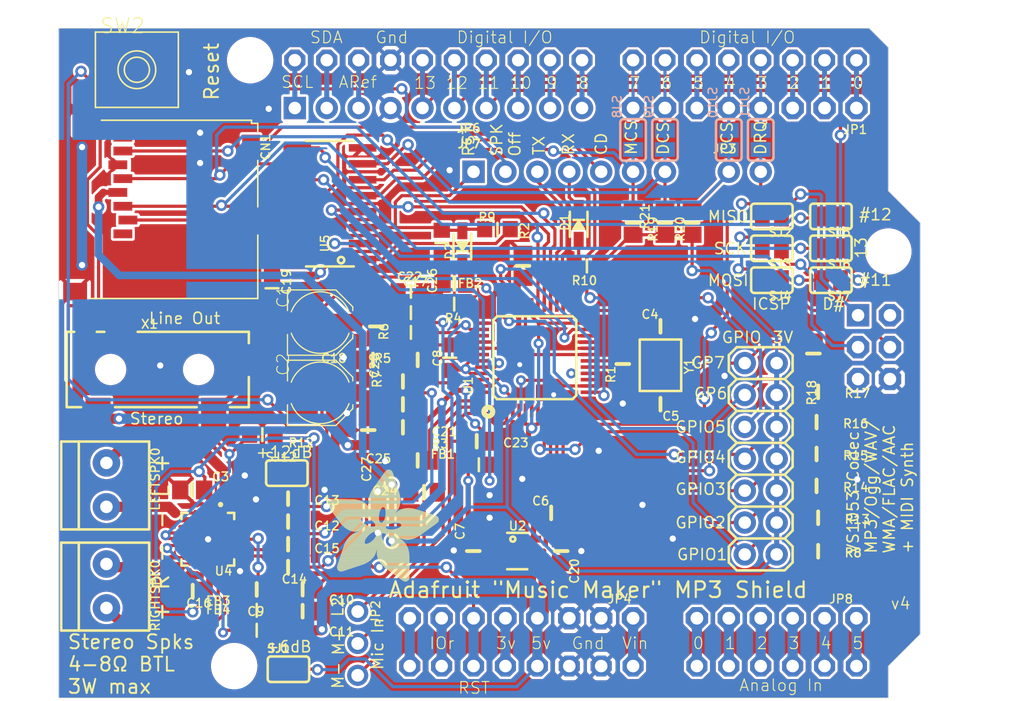
<source format=kicad_pcb>
(kicad_pcb (version 20221018) (generator pcbnew)
  (layers (0 "F.Cu" signal) (31 "B.Cu" signal) (34 "B.Paste" user) (35 "F.Paste" user) (36 "B.SilkS" user "B.Silkscreen") (37 "F.SilkS" user "F.Silkscreen") (38 "B.Mask" user) (39 "F.Mask" user) (44 "Edge.Cuts" user))
  (net 0 "")
  (net 1 "1.8V")
  (net 2 "3.3V")
  (net 3 "GND")
  (net 4 "AVDD")
  (net 5 "AGND")
  (net 6 "N$1")
  (net 7 "N$2")
  (net 8 "GPIO5")
  (net 9 "GPIO0")
  (net 10 "GPIO1")
  (net 11 "GPIO4")
  (net 12 "GPIO2")
  (net 13 "GPIO3")
  (net 14 "GPIO6")
  (net 15 "GPIO7")
  (net 16 "MISO")
  (net 17 "MOSI_3V")
  (net 18 "SCLK_3V")
  (net 19 "TX")
  (net 20 "RX")
  (net 21 "CS_3V")
  (net 22 "MICP")
  (net 23 "MICN")
  (net 24 "RST_3V")
  (net 25 "DREQ")
  (net 26 "SDCS_3V")
  (net 27 "CLKOUT")
  (net 28 "LEFT")
  (net 29 "RIGHT")
  (net 30 "N$5")
  (net 31 "N$6")
  (net 32 "RIGHT_FILTERED")
  (net 33 "LEFT_FILTERED")
  (net 34 "MOSI_5V")
  (net 35 "CS_5V")
  (net 36 "SDCS_5V")
  (net 37 "XDCS_3V")
  (net 38 "XDCS_5V")
  (net 39 "RST_5V")
  (net 40 "SCLK_5V")
  (net 41 "SD_DETECT")
  (net 42 "RX_5V")
  (net 43 "R_LINEOUT")
  (net 44 "L_LINEOUT")
  (net 45 "LINE2")
  (net 46 "N$13")
  (net 47 "N$17")
  (net 48 "~{RESET}")
  (net 49 "N$19")
  (net 50 "N$20")
  (net 51 "N$3")
  (net 52 "N$4")
  (net 53 "N$7")
  (net 54 "N$25")
  (net 55 "N$28")
  (net 56 "N$29")
  (net 57 "N$30")
  (net 58 "N$36")
  (net 59 "N$37")
  (net 60 "N$38")
  (net 61 "N$39")
  (net 62 "N$40")
  (net 63 "N$41")
  (net 64 "+5V")
  (net 65 "GAIN0")
  (net 66 "SHUTDOWN")
  (net 67 "OUT-L-N")
  (net 68 "OUT-L-P")
  (net 69 "OUT-R-N")
  (net 70 "OUT-R-P")
  (net 71 "N$8")
  (net 72 "N$9")
  (net 73 "N$10")
  (net 74 "N$11")
  (net 75 "N$14")
  (net 76 "N$12")
  (net 77 "N$15")
  (net 78 "N$16")
  (net 79 "N$21")
  (net 80 "D13")
  (net 81 "D11")
  (net 82 "D12")
  (net 83 "D10")
  (net 84 "D9")
  (net 85 "D8")
  (net 86 "N$18")
  (net 87 "N$22")
  (net 88 "N$23")
  (net 89 "N$24")
  (net 90 "N$26")
  (net 91 "N$27")
  (net 92 "N$31")
  (net 93 "GBUF")
  (footprint "working:_0805MP" (layer "F.Cu") (at 147.6541 113.1006)
    (fp_text reference "FB1")
    (fp_text value "FERITTE")
  )
  (footprint "working:TERMBLOCK_1X2-3.5MM" (layer "F.Cu") (at 118.0111 114.6516 -90)
    (fp_text reference "LEFTSPK0")
    (fp_text value "3.5mm Term")
  )
  (footprint "working:FIDUCIAL_1MM" (layer "F.Cu") (at 180.5051 125.9586)
    (fp_text reference "FID2" hide)
    (fp_text value "FIDUCIAL\"\"" hide)
  )
  (footprint "working:0805-NO" (layer "F.Cu") (at 133.6281 123.0086 180)
    (fp_text reference "C10")
    (fp_text value "0.1µF")
  )
  (footprint "" (layer "F.Cu") (at 128.1811 129.1336)
    (fp_text reference "@HOLE1" hide)
    (fp_text value "")
  )
  (footprint "working:0805-NO" (layer "F.Cu") (at 174.6631 117.3226)
    (fp_text reference "R13")
    (fp_text value "100K")
  )
  (footprint "working:0805-NO" (layer "F.Cu") (at 132.4711 119.4246 180)
    (fp_text reference "C15")
    (fp_text value "1µF")
  )
  (footprint "working:SOLDERJUMPER_CLOSEDWIRE" (layer "F.Cu") (at 175.6791 93.3196 180)
    (fp_text reference "SJ5")
    (fp_text value "D12_MISO")
  )
  (footprint "working:0805-NO" (layer "F.Cu") (at 153.4111 116.9356)
    (fp_text reference "C6")
    (fp_text value "10µF")
  )
  (footprint "working:ARDUINOR3_ICSP" (layer "F.Cu") (at 114.2111 131.6736)
    (fp_text reference "U$41" hide)
    (fp_text value "ARDUINO_R3_ICSP" hide)
    (fp_line (start 0 -53.34) (end 0 0) (stroke (width 0.05)) (layer "Edge.Cuts"))
    (fp_line (start 0 0) (end 66.04 0) (stroke (width 0.05)) (layer "Edge.Cuts"))
    (fp_line (start 64.516 -53.34) (end 0 -53.34) (stroke (width 0.05)) (layer "Edge.Cuts"))
    (fp_line (start 66.04 -51.816) (end 64.516 -53.34) (stroke (width 0.05)) (layer "Edge.Cuts"))
    (fp_line (start 66.04 -40.386) (end 66.04 -51.816) (stroke (width 0.05)) (layer "Edge.Cuts"))
    (fp_line (start 66.04 -2.54) (end 68.58 -5.08) (stroke (width 0.05)) (layer "Edge.Cuts"))
    (fp_line (start 66.04 0) (end 66.04 -2.54) (stroke (width 0.05)) (layer "Edge.Cuts"))
    (fp_line (start 68.58 -37.846) (end 66.04 -40.386) (stroke (width 0.05)) (layer "Edge.Cuts"))
    (fp_line (start 68.58 -5.08) (end 68.58 -37.846) (stroke (width 0.05)) (layer "Edge.Cuts"))
  )
  (footprint "working:0805-NO" (layer "F.Cu") (at 138.8491 110.3376 -90)
    (fp_text reference "C27")
    (fp_text value "0.01uF")
  )
  (footprint "working:0805-NO" (layer "F.Cu") (at 159.1111 105.0736 90)
    (fp_text reference "R1")
    (fp_text value "1M")
  )
  (footprint "working:0805-NO" (layer "F.Cu") (at 162.1111 102.0736)
    (fp_text reference "C4")
    (fp_text value "15pF")
  )
  (footprint "working:0805-NO" (layer "F.Cu") (at 132.4711 117.6246 180)
    (fp_text reference "C12")
    (fp_text value "1µF")
  )
  (footprint "working:1X08-CLEANBIG" (layer "F.Cu") (at 168.8211 84.6836)
    (fp_text reference "JP1")
    (fp_text value "")
  )
  (footprint "working:0805-NO" (layer "F.Cu") (at 147.2111 119.9736 -90)
    (fp_text reference "C7")
    (fp_text value "10µF")
  )
  (footprint "working:0805-NO" (layer "F.Cu") (at 141.6111 106.4626)
    (fp_text reference "R7")
    (fp_text value "100")
  )
  (footprint "working:4UCONN_19269" (layer "F.Cu") (at 114.8461 105.5116)
    (fp_text reference "X1")
    (fp_text value "19621")
  )
  (footprint "working:SOLDERJUMPER_REFLOW_NOPASTE" (layer "F.Cu") (at 170.9801 93.3196 180)
    (fp_text reference "SJ2")
    (fp_text value "ICSP_MISO")
  )
  (footprint "working:_0805MP" (layer "F.Cu") (at 145.3381 104.5736 90)
    (fp_text reference "C8")
    (fp_text value "0.1µF")
  )
  (footprint "working:0805-NO" (layer "F.Cu") (at 162.1111 108.2736 180)
    (fp_text reference "C5")
    (fp_text value "15pF")
  )
  (footprint "working:0805-NO" (layer "F.Cu") (at 132.4711 115.7976 180)
    (fp_text reference "C13")
    (fp_text value "1µF")
  )
  (footprint "working:0805-NO" (layer "F.Cu") (at 141.6111 108.2896 180)
    (fp_text reference "R3")
    (fp_text value "22")
  )
  (footprint "working:0805-NO" (layer "F.Cu") (at 174.6631 119.9896)
    (fp_text reference "R8")
    (fp_text value "100K")
  )
  (footprint "working:0805_10MGAP" (layer "F.Cu") (at 143.2941 115.2906 180)
    (fp_text reference "C24")
    (fp_text value "0.1uF")
  )
  (footprint "working:PANASONIC_C" (layer "F.Cu") (at 135.0221 101.7736)
    (fp_text reference "C1")
    (fp_text value "220uF")
  )
  (footprint "working:1X02_ROUND" (layer "F.Cu") (at 168.8211 89.7636)
    (fp_text reference "JP3")
    (fp_text value "")
  )
  (footprint "working:0805-NO" (layer "F.Cu") (at 124.8361 115.1056 180)
    (fp_text reference "C3")
    (fp_text value "10µF")
  )
  (footprint "working:ADAFRUIT_9MM" (layer "F.Cu") (at 135.5471 122.4026)
    (fp_text reference "U$50" hide)
    (fp_text value "" hide)
  )
  (footprint "working:0805-NO" (layer "F.Cu") (at 174.6631 107.2896)
    (fp_text reference "R17")
    (fp_text value "100K")
  )
  (footprint "working:0805-NO" (layer "F.Cu") (at 151.1681 97.2566 90)
    (fp_text reference "R2")
    (fp_text value "100K")
  )
  (footprint "working:EVQ-Q2" (layer "F.Cu") (at 120.4341 81.6356)
    (fp_text reference "SW2")
    (fp_text value "SPST_TACT-EVQQ2")
  )
  (footprint "working:0805-NO" (layer "F.Cu") (at 159.9311 93.8276 -90)
    (fp_text reference "R21")
    (fp_text value "10K")
  )
  (footprint "working:LQFP48" (layer "F.Cu") (at 152.1111 104.5736 90)
    (fp_text reference "U1")
    (fp_text value "VS1053B")
  )
  (footprint "working:PANASONIC_C" (layer "F.Cu") (at 135.0221 107.3736)
    (fp_text reference "C2")
    (fp_text value "220uF")
  )
  (footprint "working:_0805MP" (layer "F.Cu") (at 129.9731 126.2856 180)
    (fp_text reference "FB3")
    (fp_text value "ferrite")
  )
  (footprint "working:0805-NO" (layer "F.Cu") (at 139.4841 102.0826 -90)
    (fp_text reference "C28")
    (fp_text value "0.01uF")
  )
  (footprint "working:0805-NO" (layer "F.Cu") (at 154.2111 119.9736 90)
    (fp_text reference "C20")
    (fp_text value "10µF")
  )
  (footprint "working:0805-NO" (layer "F.Cu") (at 164.6301 93.8276 90)
    (fp_text reference "R20")
    (fp_text value "10K")
  )
  (footprint "working:0805-NO" (layer "F.Cu") (at 174.2821 104.2416 -90)
    (fp_text reference "R18")
    (fp_text value "100K")
  )
  (footprint "working:0805-NO" (layer "F.Cu") (at 142.7861 104.7496 180)
    (fp_text reference "R5")
    (fp_text value "10")
  )
  (footprint "working:2X07_ROUND_70MIL" (layer "F.Cu") (at 170.0911 112.6236 90)
    (fp_text reference "MP3GPIO0" hide)
    (fp_text value "" hide)
  )
  (footprint "working:_0805MP" (layer "F.Cu") (at 145.6921 100.3006 180)
    (fp_text reference "FB2")
    (fp_text value "FERITTE")
  )
  (footprint "working:SOLDERJUMPER_REFLOW_NOPASTE" (layer "F.Cu") (at 170.9801 98.3996 180)
    (fp_text reference "SJ4")
    (fp_text value "ICSP_MOSI")
  )
  (footprint "working:SOLDERJUMPER_ARROW_NOPASTE" (layer "F.Cu") (at 132.4991 129.3876)
    (fp_text reference "SJ1")
    (fp_text value "+6dB")
  )
  (footprint "working:1X07_ROUND_70" (layer "F.Cu") (at 154.8511 89.7636)
    (fp_text reference "JP7")
    (fp_text value "")
  )
  (footprint "working:1X03-CLEANBIG" (layer "F.Cu") (at 138.0111 127.3336 90)
    (fp_text reference "JP2")
    (fp_text value "")
  )
  (footprint "working:_0805MP" (layer "F.Cu") (at 142.2461 99.2846)
    (fp_text reference "C22")
    (fp_text value "0.01uF")
  )
  (footprint "working:0805-NO" (layer "F.Cu") (at 162.4711 93.8276 90)
    (fp_text reference "R19")
    (fp_text value "10K")
  )
  (footprint "working:CRYSTAL_3.2X2.5" (layer "F.Cu") (at 162.1111 105.1736 90)
    (fp_text reference "Y1")
    (fp_text value "ABM8G-12.288MHZ-4Y-T3")
  )
  (footprint "working:0805-NO" (layer "F.Cu") (at 174.5361 112.2426)
    (fp_text reference "R15")
    (fp_text value "100K")
  )
  (footprint "working:0805-NO" (layer "F.Cu") (at 132.4711 121.2516 180)
    (fp_text reference "C14")
    (fp_text value "1µF")
  )
  (footprint "working:1X06-CLEANBIG" (layer "F.Cu") (at 171.3611 125.3236 180)
    (fp_text reference "JP8")
    (fp_text value "")
  )
  (footprint "working:_0805MP" (layer "F.Cu") (at 156.2561 97.2656)
    (fp_text reference "R10")
    (fp_text value "10K")
  )
  (footprint "working:_0805MP" (layer "F.Cu") (at 149.1361 94.3356)
    (fp_text reference "R9")
    (fp_text value "10K")
  )
  (footprint "working:0805-NO" (layer "F.Cu") (at 139.2301 104.7496 180)
    (fp_text reference "C18")
    (fp_text value "0.047uF")
  )
  (footprint "working:1X10_ROUND70" (layer "F.Cu") (at 144.4371 84.6836)
    (fp_text reference "JP6")
    (fp_text value "")
  )
  (footprint "working:SOD-323" (layer "F.Cu") (at 146.3421 95.7326 90)
    (fp_text reference "D2")
    (fp_text value "1N4148")
  )
  (footprint "working:SOLDERJUMPER_ARROW_NOPASTE" (layer "F.Cu") (at 132.3721 113.7666)
    (fp_text reference "SJ12")
    (fp_text value "+12dB")
  )
  (footprint "" (layer "F.Cu") (at 180.2511 96.1136)
    (fp_text reference "@HOLE2" hide)
    (fp_text value "")
  )
  (footprint "working:0805-NO" (layer "F.Cu") (at 174.5361 114.7826)
    (fp_text reference "R14")
    (fp_text value "100K")
  )
  (footprint "working:_0805MP" (layer "F.Cu") (at 129.9731 124.6956)
    (fp_text reference "FB4")
    (fp_text value "ferrite")
  )
  (footprint "working:_0805MP" (layer "F.Cu") (at 130.4241 110.7086)
    (fp_text reference "R12")
    (fp_text value "100K")
  )
  (footprint "working:MICROSD" (layer "F.Cu") (at 129.9591 85.7076 -90)
    (fp_text reference "CN1")
    (fp_text value "2908-05WB-M6")
  )
  (footprint "" (layer "F.Cu") (at 129.4511 80.8736)
    (fp_text reference "@HOLE0" hide)
    (fp_text value "")
  )
  (footprint "working:0805-NO" (layer "F.Cu") (at 141.6111 110.1166)
    (fp_text reference "C21")
    (fp_text value "0.01uF")
  )
  (footprint "working:0805-NO" (layer "F.Cu") (at 129.9731 123.0326)
    (fp_text reference "C9")
    (fp_text value "0.1µF")
  )
  (footprint "working:TERMBLOCK_1X2-3.5MM" (layer "F.Cu") (at 118.0111 122.7056 -90)
    (fp_text reference "RIGHTSPK0")
    (fp_text value "3.5mm Term")
  )
  (footprint "working:FIDUCIAL_1MM" (layer "F.Cu") (at 120.1801 123.1646)
    (fp_text reference "FID1" hide)
    (fp_text value "FIDUCIAL\"\"" hide)
  )
  (footprint "working:0805-NO" (layer "F.Cu") (at 133.6281 124.7646)
    (fp_text reference "C11")
    (fp_text value "0.1µF")
  )
  (footprint "working:0805-NO" (layer "F.Cu") (at 147.4851 111.2266)
    (fp_text reference "C23")
    (fp_text value "0.1uF")
  )
  (footprint "working:_0805MP" (layer "F.Cu") (at 142.2461 102.5576)
    (fp_text reference "R6")
    (fp_text value "100")
  )
  (footprint "working:WQFN20" (layer "F.Cu") (at 126.0821 119.0326 180)
    (fp_text reference "U4")
    (fp_text value "TS2012")
  )
  (footprint "working:0805-NO" (layer "F.Cu") (at 142.7861 112.7506 180)
    (fp_text reference "C25")
    (fp_text value "0.1uF")
  )
  (footprint "working:SOLDERJUMPER_CLOSEDWIRE" (layer "F.Cu") (at 175.6791 98.3996 180)
    (fp_text reference "SJ7")
    (fp_text value "D11_MOSI")
  )
  (footprint "working:SOLDERJUMPER_CLOSEDWIRE" (layer "F.Cu") (at 175.6791 95.8596 180)
    (fp_text reference "SJ6")
    (fp_text value "D13_SCLK")
  )
  (footprint "working:SOLDERJUMPER_REFLOW_NOPASTE" (layer "F.Cu") (at 170.9801 95.8596 180)
    (fp_text reference "SJ3")
    (fp_text value "ISCP_SCLK")
  )
  (footprint "working:0805-NO" (layer "F.Cu") (at 174.5361 109.7026)
    (fp_text reference "R16")
    (fp_text value "100K")
  )
  (footprint "working:1X08-CLEANBIG" (layer "F.Cu") (at 151.0411 125.3236 180)
    (fp_text reference "JP4")
    (fp_text value "")
  )
  (footprint "working:SOD-323" (layer "F.Cu") (at 155.6001 93.9466 -90)
    (fp_text reference "D1")
    (fp_text value "1N4148")
  )
  (footprint "working:FIDUCIAL_1MM" (layer "F.Cu") (at 128.9431 84.4296)
    (fp_text reference "FID3" hide)
    (fp_text value "FIDUCIAL\"\"" hide)
  )
  (footprint "working:0805-NO" (layer "F.Cu") (at 124.8791 123.1646 180)
    (fp_text reference "C16")
    (fp_text value "10µF")
  )
  (footprint "working:0805-NO" (layer "F.Cu") (at 145.7071 98.6536 180)
    (fp_text reference "C17")
    (fp_text value "1µF")
  )
  (footprint "working:_0805MP" (layer "F.Cu") (at 144.7041 95.4366 -90)
    (fp_text reference "C26")
    (fp_text value "0.1µF")
  )
  (footprint "working:SOT23-6" (layer "F.Cu") (at 150.7111 119.9736 -90)
    (fp_text reference "U2")
    (fp_text value "AP7312-1833W6-7")
  )
  (footprint "working:SOIC16" (layer "F.Cu") (at 135.8011 92.3036 90)
    (fp_text reference "U5")
    (fp_text value "74HC4050D")
  )
  (footprint "working:_0805MP" (layer "F.Cu") (at 142.2461 100.9846 180)
    (fp_text reference "R4")
    (fp_text value "22")
  )
  (footprint "working:_0805MP" (layer "F.Cu") (at 131.1911 99.0416 -90)
    (fp_text reference "C19")
    (fp_text value "10µF")
  )
  (footprint "working:SOLDERJUMPER_CLOSEDWIRE" (layer "B.Cu") (at 170.0911 87.2236 -90)
    (fp_text reference "SJ11")
    (fp_text value "")
  )
  (footprint "working:SOLDERJUMPER_CLOSEDWIRE" (layer "B.Cu") (at 167.5511 87.2236 -90)
    (fp_text reference "SJ10")
    (fp_text value "")
  )
  (footprint "working:SOLDERJUMPER_CLOSEDWIRE" (layer "B.Cu") (at 159.9311 87.2236 -90)
    (fp_text reference "SJ8")
    (fp_text value "")
  )
  (footprint "working:SOLDERJUMPER_CLOSEDWIRE" (layer "B.Cu") (at 162.4711 87.2236 -90)
    (fp_text reference "SJ9")
    (fp_text value "")
  )
  (gr_text "Line Out" (at 121.3231 101.9556) (layer "F.SilkS") (effects (font (size 0.89408 0.89408) (thickness 0.12192)) (justify left bottom)))
  (gr_text "M-" (at 135.9141 128.7316 90) (layer "F.SilkS") (effects (font (size 0.89408 0.89408) (thickness 0.12192)) (justify right top)))
  (gr_text "+6dB" (at 130.5941 128.1176) (layer "F.SilkS") (effects (font (size 0.89408 0.89408) (thickness 0.12192)) (justify left bottom)))
  (gr_text "Adafruit \"Music Maker\" MP3 Shield" (at 140.3731 123.7996) (layer "F.SilkS") (effects (font (size 1.251712 1.251712) (thickness 0.170688)) (justify left bottom)))
  (gr_text "ICSP" (at 169.3291 100.8126) (layer "F.SilkS") (effects (font (size 0.89408 0.89408) (thickness 0.12192)) (justify left bottom)))
  (gr_text "TX" (at 152.9581 88.5186 90) (layer "F.SilkS") (effects (font (size 0.89408 0.89408) (thickness 0.12192)) (justify left bottom)))
  (gr_text "CCS" (at 167.9321 88.4936 90) (layer "F.SilkS") (effects (font (size 0.89408 0.89408) (thickness 0.12192)) (justify left bottom)))
  (gr_text "L2" (at 135.8941 123.5516 90) (layer "F.SilkS") (effects (font (size 0.89408 0.89408) (thickness 0.12192)) (justify right top)))
  (gr_text "SCK" (at 169.0751 95.3516) (layer "F.SilkS") (effects (font (size 0.89408 0.89408) (thickness 0.12192)) (justify right top)))
  (gr_text "VS1053 Codec\nMP3/Ogg/WAV/\nWMA/FLAC/AAC\n+ MIDI Synth" (at 182.2831 120.2436 90) (layer "F.SilkS") (effects (font (size 0.89408 0.89408) (thickness 0.12192)) (justify left bottom)))
  (gr_text "D#" (at 174.9171 100.8126) (layer "F.SilkS") (effects (font (size 0.89408 0.89408) (thickness 0.12192)) (justify left bottom)))
  (gr_text "GPIO1" (at 167.5111 119.7276) (layer "F.SilkS") (effects (font (size 0.89408 0.89408) (thickness 0.12192)) (justify right top)))
  (gr_text "GPIO4" (at 167.3841 111.9806) (layer "F.SilkS") (effects (font (size 0.89408 0.89408) (thickness 0.12192)) (justify right top)))
  (gr_text "GP6" (at 167.5111 106.9006) (layer "F.SilkS") (effects (font (size 0.89408 0.89408) (thickness 0.12192)) (justify right top)))
  (gr_text "Reset" (at 127.0381 84.1756 90) (layer "F.SilkS") (effects (font (size 1.1176 1.1176) (thickness 0.1524)) (justify left bottom)))
  (gr_text "v4" (at 180.3781 124.6886) (layer "F.SilkS") (effects (font (size 0.9144 0.9144) (thickness 0.1016)) (justify left bottom)))
  (gr_text "+ R -" (at 123.1011 125.7046 90) (layer "F.SilkS") (effects (font (size 1.251712 1.251712) (thickness 0.170688)) (justify left bottom)))
  (gr_text "MCS" (at 160.3121 88.4936 90) (layer "F.SilkS") (effects (font (size 0.89408 0.89408) (thickness 0.12192)) (justify left bottom)))
  (gr_text "3W max" (at 114.8461 131.4196) (layer "F.SilkS") (effects (font (size 1.1176 1.1176) (thickness 0.1524)) (justify left bottom)))
  (gr_text "DRQ" (at 170.5991 88.4936 90) (layer "F.SilkS") (effects (font (size 0.89408 0.89408) (thickness 0.12192)) (justify left bottom)))
  (gr_text "CD" (at 157.9181 88.5186 90) (layer "F.SilkS") (effects (font (size 0.89408 0.89408) (thickness 0.12192)) (justify left bottom)))
  (gr_text "DCS" (at 162.8521 88.4936 90) (layer "F.SilkS") (effects (font (size 0.89408 0.89408) (thickness 0.12192)) (justify left bottom)))
  (gr_text "SPK\nOff" (at 151.0411 88.6206 90) (layer "F.SilkS") (effects (font (size 0.89408 0.89408) (thickness 0.12192)) (justify left bottom)))
  (gr_text "- L +" (at 123.1011 118.3386 90) (layer "F.SilkS") (effects (font (size 1.251712 1.251712) (thickness 0.170688)) (justify left bottom)))
  (gr_text "RX" (at 155.3111 88.5186 90) (layer "F.SilkS") (effects (font (size 0.89408 0.89408) (thickness 0.12192)) (justify left bottom)))
  (gr_text "Mic In" (at 140.1191 129.5146 90) (layer "F.SilkS") (effects (font (size 0.89408 0.89408) (thickness 0.12192)) (justify left bottom)))
  (gr_text "Stereo Spks" (at 114.8461 127.8636) (layer "F.SilkS") (effects (font (size 1.1176 1.1176) (thickness 0.1524)) (justify left bottom)))
  (gr_text "Stereo" (at 119.7991 109.9566) (layer "F.SilkS") (effects (font (size 0.89408 0.89408) (thickness 0.12192)) (justify left bottom)))
  (gr_text "GPIO2" (at 167.3841 117.1876) (layer "F.SilkS") (effects (font (size 0.89408 0.89408) (thickness 0.12192)) (justify right top)))
  (gr_text "MOSI" (at 169.2021 97.8916) (layer "F.SilkS") (effects (font (size 0.89408 0.89408) (thickness 0.12192)) (justify right top)))
  (gr_text "M+" (at 135.9541 126.0646 90) (layer "F.SilkS") (effects (font (size 0.89408 0.89408) (thickness 0.12192)) (justify right top)))
  (gr_text "3V" (at 170.9801 103.4796) (layer "F.SilkS") (effects (font (size 0.89408 0.89408) (thickness 0.12192)) (justify left bottom)))
  (gr_text "GP7" (at 167.3111 104.4546) (layer "F.SilkS") (effects (font (size 0.89408 0.89408) (thickness 0.12192)) (justify right top)))
  (gr_text "GPIO" (at 166.9161 103.4796) (layer "F.SilkS") (effects (font (size 0.89408 0.89408) (thickness 0.12192)) (justify left bottom)))
  (gr_text "#12" (at 177.8381 93.7006) (layer "F.SilkS") (effects (font (size 0.89408 0.89408) (thickness 0.12192)) (justify left bottom)))
  (gr_text "+12dB" (at 129.8321 112.6236) (layer "F.SilkS") (effects (font (size 0.89408 0.89408) (thickness 0.12192)) (justify left bottom)))
  (gr_text "MISO" (at 169.2021 92.8116) (layer "F.SilkS") (effects (font (size 0.89408 0.89408) (thickness 0.12192)) (justify right top)))
  (gr_text "GPIO5" (at 167.3841 109.5676) (layer "F.SilkS") (effects (font (size 0.89408 0.89408) (thickness 0.12192)) (justify right top)))
  (gr_text "GPIO3" (at 167.3841 114.5206) (layer "F.SilkS") (effects (font (size 0.89408 0.89408) (thickness 0.12192)) (justify right top)))
  (gr_text "4-8Ω BTL" (at 114.8461 129.6416) (layer "F.SilkS") (effects (font (size 1.1176 1.1176) (thickness 0.1524)) (justify left bottom)))
  (gr_text "RST" (at 147.3581 88.6206 90) (layer "F.SilkS") (effects (font (size 0.89408 0.89408) (thickness 0.12192)) (justify left bottom)))
  (gr_text "#11" (at 177.8381 98.9076) (layer "F.SilkS") (effects (font (size 0.89408 0.89408) (thickness 0.12192)) (justify left bottom)))
  (gr_text "13" (at 178.6001 96.7486 90) (layer "F.SilkS") (effects (font (size 0.89408 0.89408) (thickness 0.12192)) (justify left bottom)))
  (segment (start 152.4111 103.4336) (end 152.4111 101.8236) (width 0.254) (layer "F.Cu") (net 1))
  (segment (start 152.0111 112.9736) (end 152.0111 116.9356) (width 0.4064) (layer "F.Cu") (net 1))
  (segment (start 151.8241 110.2106) (end 151.6111 110.2106) (width 0.254) (layer "F.Cu") (net 1))
  (segment (start 156.3111 101.8236) (end 152.4111 101.8236) (width 0.254) (layer "F.Cu") (net 1))
  (segment (start 151.8611 110.1736) (end 151.8241 110.2106) (width 0.254) (layer "F.Cu") (net 1))
  (segment (start 151.8611 110.1736) (end 151.8611 109.8736) (width 0.254) (layer "F.Cu") (net 1))
  (segment (start 151.6111 110.1236) (end 151.6111 110.2106) (width 0.4064) (layer "F.Cu") (net 1))
  (segment (start 151.6111 110.2106) (end 151.6111 112.5736) (width 0.4064) (layer "F.Cu") (net 1))
  (segment (start 151.8611 101.2736) (end 151.8611 100.3736) (width 0.254) (layer "F.Cu") (net 1))
  (segment (start 152.3611 109.8736) (end 152.3611 108.7736) (width 0.254) (layer "F.Cu") (net 1))
  (segment (start 151.8611 109.8736) (end 152.3611 109.8736) (width 0.254) (layer "F.Cu") (net 1))
  (segment (start 151.3611 109.8736) (end 151.8611 109.8736) (width 0.254) (layer "F.Cu") (net 1))
  (segment (start 152.4111 101.8236) (end 151.8611 101.2736) (width 0.254) (layer "F.Cu") (net 1))
  (segment (start 151.3611 108.7736) (end 151.3611 109.8736) (width 0.254) (layer "F.Cu") (net 1))
  (segment (start 152.0111 116.9356) (end 152.0111 119.0236) (width 0.4064) (layer "F.Cu") (net 1))
  (segment (start 152.4611 116.9356) (end 152.0111 116.9356) (width 0.4064) (layer "F.Cu") (net 1))
  (segment (start 151.6111 112.5736) (end 152.0111 112.9736) (width 0.4064) (layer "F.Cu") (net 1))
  (via (at 151.8611 110.1736) (size 0.9064) (drill 0.5) (layers "F.Cu" "B.Cu") (net 1))
  (via (at 152.4111 103.4336) (size 0.8001) (drill 0.3937) (layers "F.Cu" "B.Cu") (net 1))
  (segment (start 152.4111 108.3236) (end 151.8611 108.8736) (width 0.254) (layer "B.Cu") (net 1))
  (segment (start 152.4111 103.4336) (end 152.4111 108.3236) (width 0.254) (layer "B.Cu") (net 1))
  (segment (start 151.8611 108.8736) (end 151.8611 110.1736) (width 0.254) (layer "B.Cu") (net 1))
  (segment (start 156.3111 104.3236) (end 151.8611 104.3236) (width 0.254) (layer "F.Cu") (net 2))
  (segment (start 151.8611 108.7736) (end 151.8611 106.3736) (width 0.254) (layer "F.Cu") (net 2))
  (segment (start 134.7851 98.0186) (end 135.0391 97.7646) (width 0.6096) (layer "F.Cu") (net 2))
  (segment (start 154.3611 106.8236) (end 153.9111 106.3736) (width 0.254) (layer "F.Cu") (net 2))
  (segment (start 146.6381 113.1006) (end 146.8111 113.0896) (width 0.254) (layer "F.Cu") (net 2))
  (segment (start 151.8611 104.3236) (end 151.8611 106.3736) (width 0.254) (layer "F.Cu") (net 2))
  (segment (start 131.1911 98.0256) (end 134.7781 98.0256) (width 0.6096) (layer "F.Cu") (net 2))
  (segment (start 149.0091 95.4786) (end 141.2621 95.4786) (width 0.254) (layer "F.Cu") (net 2))
  (segment (start 156.3111 106.8236) (end 154.3611 106.8236) (width 0.254) (layer "F.Cu") (net 2))
  (segment (start 117.3861 91.7886) (end 117.7671 91.4076) (width 0.6096) (layer "F.Cu") (net 2))
  (segment (start 140.7111 119.1736) (end 140.7111 114.6736) (width 0.4064) (layer "F.Cu") (net 2))
  (segment (start 138.4011 96.7486) (end 136.0551 96.7486) (width 0.254) (layer "F.Cu") (net 2))
  (segment (start 157.2721 97.2656) (end 159.6941 94.8436) (width 0.254) (layer "F.Cu") (net 2))
  (segment (start 134.7781 98.0256) (end 135.0391 97.7646) (width 0.6096) (layer "F.Cu") (net 2))
  (segment (start 147.2111 119.0236) (end 146.8111 118.9576) (width 0.4064) (layer "F.Cu") (net 2))
  (segment (start 117.3861 92.5576) (end 117.3861 91.7886) (width 0.6096) (layer "F.Cu") (net 2))
  (segment (start 159.6941 94.8436) (end 159.9311 94.7776) (width 0.254) (layer "F.Cu") (net 2))
  (segment (start 151.3611 100.3736) (end 151.3611 103.8236) (width 0.254) (layer "F.Cu") (net 2))
  (segment (start 141.2621 95.4786) (end 139.9921 96.7486) (width 0.254) (layer "F.Cu") (net 2))
  (segment (start 149.4111 119.0236) (end 147.2111 119.0236) (width 0.4064) (layer "F.Cu") (net 2))
  (segment (start 139.9921 96.7486) (end 138.4011 96.7486) (width 0.254) (layer "F.Cu") (net 2))
  (segment (start 151.0111 106.3736) (end 151.8611 106.3736) (width 0.254) (layer "F.Cu") (net 2))
  (segment (start 150.1521 94.3356) (end 149.0091 95.4786) (width 0.254) (layer "F.Cu") (net 2))
  (segment (start 118.9191 91.4076) (end 117.7671 91.4076) (width 0.4064) (layer "F.Cu") (net 2))
  (segment (start 159.9311 94.7776) (end 162.4711 94.7776) (width 0.254) (layer "F.Cu") (net 2))
  (segment (start 164.6301 97.3836) (end 164.6301 97.6376) (width 0.254) (layer "F.Cu") (net 2))
  (segment (start 162.4711 94.7776) (end 164.6301 94.7776) (width 0.254) (layer "F.Cu") (net 2))
  (segment (start 146.8111 113.0896) (end 146.8111 114.3736) (width 0.254) (layer "F.Cu") (net 2))
  (segment (start 136.0551 96.7486) (end 135.0391 97.7646) (width 0.254) (layer "F.Cu") (net 2))
  (segment (start 153.9111 106.3736) (end 151.8611 106.3736) (width 0.254) (layer "F.Cu") (net 2))
  (segment (start 146.8111 118.9576) (end 146.8111 114.3736) (width 0.4064) (layer "F.Cu") (net 2))
  (segment (start 151.3611 103.8236) (end 151.8611 104.3236) (width 0.254) (layer "F.Cu") (net 2))
  (segment (start 164.6301 94.7776) (end 164.6301 97.6376) (width 0.254) (layer "F.Cu") (net 2))
  (via (at 164.6301 97.6376) (size 0.9064) (drill 0.5) (layers "F.Cu" "B.Cu") (net 2))
  (via (at 117.3861 92.5576) (size 0.9064) (drill 0.5) (layers "F.Cu" "B.Cu") (net 2))
  (via (at 140.7111 114.6736) (size 0.9064) (drill 0.5) (layers "F.Cu" "B.Cu") (net 2))
  (via (at 140.7111 119.1736) (size 0.9064) (drill 0.5) (layers "F.Cu" "B.Cu") (net 2))
  (via (at 151.0111 106.3736) (size 0.8001) (drill 0.3937) (layers "F.Cu" "B.Cu") (net 2))
  (via (at 135.0391 97.7646) (size 0.9064) (drill 0.5) (layers "F.Cu" "B.Cu") (net 2))
  (via (at 146.8111 114.3736) (size 0.8001) (drill 0.3937) (layers "F.Cu" "B.Cu") (net 2))
  (segment (start 151.0111 108.7166) (end 150.9541 108.7166) (width 0.254) (layer "B.Cu") (net 2))
  (segment (start 171.3611 110.0836) (end 171.3611 112.6236) (width 0.4064) (layer "B.Cu") (net 2))
  (segment (start 138.4111 112.3736) (end 138.4111 102.6606) (width 0.6096) (layer "B.Cu") (net 2))
  (segment (start 138.4111 102.6606) (end 134.2771 98.5266) (width 0.6096) (layer "B.Cu") (net 2))
  (segment (start 170.0311 121.5736) (end 171.3611 120.2436) (width 0.254) (layer "B.Cu") (net 2))
  (segment (start 166.0271 97.6376) (end 171.3611 102.9716) (width 0.254) (layer "B.Cu") (net 2))
  (segment (start 117.3861 96.3676) (end 117.3861 92.5576) (width 0.6096) (layer "B.Cu") (net 2))
  (segment (start 171.3611 105.0036) (end 171.3611 107.5436) (width 0.4064) (layer "B.Cu") (net 2))
  (segment (start 171.3611 117.7036) (end 171.3611 120.2436) (width 0.4064) (layer "B.Cu") (net 2))
  (segment (start 150.9541 108.7166) (end 149.9111 109.7596) (width 0.254) (layer "B.Cu") (net 2))
  (segment (start 171.3611 115.1636) (end 171.3611 117.7036) (width 0.4064) (layer "B.Cu") (net 2))
  (segment (start 146.8111 116.4736) (end 146.8111 114.3736) (width 0.4064) (layer "B.Cu") (net 2))
  (segment (start 133.7691 98.0186) (end 119.0371 98.0186) (width 0.6096) (layer "B.Cu") (net 2))
  (segment (start 134.2771 98.5266) (end 133.7691 98.0186) (width 0.6096) (layer "B.Cu") (net 2))
  (segment (start 151.0111 106.3736) (end 151.0111 108.7166) (width 0.254) (layer "B.Cu") (net 2))
  (segment (start 164.6301 97.6376) (end 166.0271 97.6376) (width 0.254) (layer "B.Cu") (net 2))
  (segment (start 135.0391 97.7646) (end 134.2771 98.5266) (width 0.254) (layer "B.Cu") (net 2))
  (segment (start 155.0111 121.5736) (end 149.9111 116.4736) (width 0.254) (layer "B.Cu") (net 2))
  (segment (start 149.9111 116.4736) (end 146.8111 116.4736) (width 0.254) (layer "B.Cu") (net 2))
  (segment (start 170.0311 121.5736) (end 155.0111 121.5736) (width 0.254) (layer "B.Cu") (net 2))
  (segment (start 171.3611 107.5436) (end 171.3611 110.0836) (width 0.4064) (layer "B.Cu") (net 2))
  (segment (start 144.1111 119.1736) (end 146.8111 116.4736) (width 0.4064) (layer "B.Cu") (net 2))
  (segment (start 119.0371 98.0186) (end 117.3861 96.3676) (width 0.6096) (layer "B.Cu") (net 2))
  (segment (start 149.9111 109.7596) (end 149.9111 116.4736) (width 0.254) (layer "B.Cu") (net 2))
  (segment (start 138.4111 112.3736) (end 140.7111 114.6736) (width 0.4064) (layer "B.Cu") (net 2))
  (segment (start 171.3611 102.9716) (end 171.3611 105.0036) (width 0.254) (layer "B.Cu") (net 2))
  (segment (start 140.7111 119.1736) (end 144.1111 119.1736) (width 0.4064) (layer "B.Cu") (net 2))
  (segment (start 171.3611 112.6236) (end 171.3611 115.1636) (width 0.4064) (layer "B.Cu") (net 2))
  (segment (start 125.5821 119.5326) (end 126.0821 119.0326) (width 0.254) (layer "F.Cu") (net 3))
  (segment (start 156.3111 103.8236) (end 157.3111 103.8236) (width 0.254) (layer "F.Cu") (net 3))
  (segment (start 157.3111 103.3236) (end 157.3111 103.1736) (width 0.254) (layer "F.Cu") (net 3))
  (segment (start 149.8611 99.6326) (end 149.5171 99.2886) (width 0.254) (layer "F.Cu") (net 3))
  (segment (start 125.5821 121.0076) (end 125.5821 119.5326) (width 0.254) (layer "F.Cu") (net 3))
  (segment (start 155.7111 103.3526) (end 155.7111 103.3236) (width 0.254) (layer "F.Cu") (net 3))
  (segment (start 154.7111 103.8236) (end 155.7111 103.8236) (width 0.254) (layer "F.Cu") (net 3))
  (segment (start 156.3111 103.3236) (end 157.3111 103.3236) (width 0.254) (layer "F.Cu") (net 3))
  (segment (start 150.9111 110.9736) (end 150.9111 113.8736) (width 0.254) (layer "F.Cu") (net 3))
  (segment (start 156.3111 102.8236) (end 157.4111 102.8236) (width 0.254) (layer "F.Cu") (net 3))
  (segment (start 156.3111 102.8236) (end 157.3911 102.8236) (width 0.254) (layer "F.Cu") (net 3))
  (segment (start 155.2191 103.3236) (end 155.7111 103.3236) (width 0.254) (layer "F.Cu") (net 3))
  (segment (start 157.3911 103.3526) (end 155.7111 103.3526) (width 0.254) (layer "F.Cu") (net 3))
  (segment (start 155.3461 102.8236) (end 156.3111 102.8236) (width 0.254) (layer "F.Cu") (net 3))
  (segment (start 149.8611 100.3736) (end 149.8611 99.6326) (width 0.254) (layer "F.Cu") (net 3))
  (segment (start 157.3911 102.8236) (end 157.3911 103.3526) (width 0.254) (layer "F.Cu") (net 3))
  (via (at 128.6431 121.5756) (size 0.9064) (drill 0.5) (layers "F.Cu" "B.Cu") (net 3))
  (via (at 148.5111 115.5236) (size 0.9064) (drill 0.5) (layers "F.Cu" "B.Cu") (net 3))
  (via (at 139.6111 115.2236) (size 0.9064) (drill 0.5) (layers "F.Cu" "B.Cu") (net 3))
  (via (at 163.0901 118.9856) (size 0.9064) (drill 0.5) (layers "F.Cu" "B.Cu") (net 3))
  (via (at 177.7731 114.2646) (size 0.9064) (drill 0.5) (layers "F.Cu" "B.Cu") (net 3))
  (via (at 135.3741 115.0986) (size 0.9064) (drill 0.5) (layers "F.Cu" "B.Cu") (net 3))
  (via (at 139.6111 118.5236) (size 0.9064) (drill 0.5) (layers "F.Cu" "B.Cu") (net 3))
  (via (at 137.1521 108.9886) (size 0.9064) (drill 0.5) (layers "F.Cu" "B.Cu") (net 3))
  (via (at 157.1951 111.9886) (size 0.9064) (drill 0.5) (layers "F.Cu" "B.Cu") (net 3))
  (via (at 145.3261 89.6366) (size 0.9064) (drill 0.5) (layers "F.Cu" "B.Cu") (net 3))
  (via (at 116.0701 87.7936) (size 0.9064) (drill 0.5) (layers "F.Cu" "B.Cu") (net 3))
  (via (at 151.1111 114.2236) (size 0.9064) (drill 0.5) (layers "F.Cu" "B.Cu") (net 3))
  (via (at 167.2111 106.0236) (size 0.9064) (drill 0.5) (layers "F.Cu" "B.Cu") (net 3))
  (via (at 136.8981 104.5576) (size 0.9064) (drill 0.5) (layers "F.Cu" "B.Cu") (net 3))
  (via (at 153.6111 107.5236) (size 0.8001) (drill 0.3937) (layers "F.Cu" "B.Cu") (net 3))
  (via (at 140.2001 112.8126) (size 0.9064) (drill 0.5) (layers "F.Cu" "B.Cu") (net 3))
  (via (at 125.4681 89.0636) (size 0.9064) (drill 0.5) (layers "F.Cu" "B.Cu") (net 3))
  (via (at 129.0241 113.9556) (size 0.9064) (drill 0.5) (layers "F.Cu" "B.Cu") (net 3))
  (via (at 130.9291 84.7456) (size 0.9064) (drill 0.5) (layers "F.Cu" "B.Cu") (net 3))
  (via (at 155.0111 105.8236) (size 0.8001) (drill 0.3937) (layers "F.Cu" "B.Cu") (net 3))
  (via (at 150.9111 105.1236) (size 0.8001) (drill 0.3937) (layers "F.Cu" "B.Cu") (net 3))
  (via (at 159.1111 108.2236) (size 0.9064) (drill 0.5) (layers "F.Cu" "B.Cu") (net 3))
  (via (at 122.2931 105.1926) (size 0.9064) (drill 0.5) (layers "F.Cu" "B.Cu") (net 3))
  (via (at 129.9131 115.8606) (size 0.9064) (drill 0.5) (layers "F.Cu" "B.Cu") (net 3))
  (via (at 160.6781 116.2966) (size 0.9064) (drill 0.5) (layers "F.Cu" "B.Cu") (net 3))
  (via (at 125.4681 86.6506) (size 0.9064) (drill 0.5) (layers "F.Cu" "B.Cu") (net 3))
  (via (at 126.1031 119.0356) (size 0.9064) (drill 0.5) (layers "F.Cu" "B.Cu") (net 3))
  (via (at 124.5791 81.8246) (size 0.9064) (drill 0.5) (layers "F.Cu" "B.Cu") (net 3))
  (via (at 155.8111 119.9736) (size 0.9064) (drill 0.5) (layers "F.Cu" "B.Cu") (net 3))
  (via (at 145.6571 119.9236) (size 0.9064) (drill 0.5) (layers "F.Cu" "B.Cu") (net 3))
  (via (at 148.5111 117.3236) (size 0.9064) (drill 0.5) (layers "F.Cu" "B.Cu") (net 3))
  (via (at 164.8651 101.4886) (size 0.9064) (drill 0.5) (layers "F.Cu" "B.Cu") (net 3))
  (via (at 116.0701 97.1916) (size 0.9064) (drill 0.5) (layers "F.Cu" "B.Cu") (net 3))
  (segment (start 116.0701 97.1916) (end 116.0701 87.7936) (width 0.8128) (layer "B.Cu") (net 3))
  (segment (start 148.5971 113.3326) (end 148.5111 113.3736) (width 0.254) (layer "F.Cu") (net 4))
  (segment (start 146.6111 105.4736) (end 145.4541 105.4736) (width 0.4064) (layer "F.Cu") (net 4))
  (segment (start 147.9111 105.8236) (end 146.9611 105.8236) (width 0.254) (layer "F.Cu") (net 4))
  (segment (start 146.9611 104.8236) (end 146.6111 105.1736) (width 0.254) (layer "F.Cu") (net 4))
  (segment (start 145.4541 105.4736) (end 145.3381 105.5896) (width 0.4064) (layer "F.Cu") (net 4))
  (segment (start 146.6111 105.1736) (end 146.6111 105.4736) (width 0.254) (layer "F.Cu") (net 4))
  (segment (start 146.9611 102.3236) (end 146.6111 101.9736) (width 0.254) (layer "F.Cu") (net 4))
  (segment (start 148.5111 113.3736) (end 148.5111 114.3736) (width 0.254) (layer "F.Cu") (net 4))
  (segment (start 146.9611 105.8236) (end 146.6111 105.4736) (width 0.254) (layer "F.Cu") (net 4))
  (segment (start 148.6701 113.1006) (end 148.5971 113.3326) (width 0.254) (layer "F.Cu") (net 4))
  (segment (start 147.9111 104.8236) (end 146.9611 104.8236) (width 0.254) (layer "F.Cu") (net 4))
  (segment (start 147.9111 102.3236) (end 146.9611 102.3236) (width 0.254) (layer "F.Cu") (net 4))
  (via (at 146.6111 105.4736) (size 0.8001) (drill 0.3937) (layers "F.Cu" "B.Cu") (net 4))
  (via (at 146.6111 101.9736) (size 0.8001) (drill 0.3937) (layers "F.Cu" "B.Cu") (net 4))
  (via (at 148.5111 114.3736) (size 0.8001) (drill 0.3937) (layers "F.Cu" "B.Cu") (net 4))
  (segment (start 148.5111 114.3736) (end 148.5111 106.67776) (width 0.254) (layer "B.Cu") (net 4))
  (segment (start 146.2111 105.4736) (end 146.6111 105.4736) (width 0.254) (layer "B.Cu") (net 4))
  (segment (start 147.30694 105.4736) (end 146.6111 105.4736) (width 0.254) (layer "B.Cu") (net 4))
  (segment (start 145.3111 104.5736) (end 146.2111 105.4736) (width 0.254) (layer "B.Cu") (net 4))
  (segment (start 146.6111 101.9736) (end 146.2111 101.9736) (width 0.254) (layer "B.Cu") (net 4))
  (segment (start 146.2111 101.9736) (end 145.3111 102.8736) (width 0.254) (layer "B.Cu") (net 4))
  (segment (start 148.5111 106.67776) (end 147.30694 105.4736) (width 0.254) (layer "B.Cu") (net 4))
  (segment (start 145.3111 102.8736) (end 145.3111 104.5736) (width 0.254) (layer "B.Cu") (net 4))
  (segment (start 142.2461 103.3576) (end 142.4461 103.5576) (width 0.254) (layer "F.Cu") (net 5))
  (segment (start 143.4211 109.7026) (end 142.9141 109.7026) (width 0.4064) (layer "F.Cu") (net 5))
  (segment (start 147.9111 103.8236) (end 146.7611 103.8236) (width 0.254) (layer "F.Cu") (net 5))
  (segment (start 141.8361 112.7506) (end 141.8361 111.3476) (width 0.4064) (layer "F.Cu") (net 5))
  (segment (start 148.4351 110.9066) (end 147.3581 109.8296) (width 0.254) (layer "F.Cu") (net 5))
  (segment (start 149.6771 103.8236) (end 150.0811 104.2276) (width 0.254) (layer "F.Cu") (net 5))
  (segment (start 138.2801 104.7496) (end 139.3571 103.6066) (width 0.254) (layer "F.Cu") (net 5))
  (segment (start 142.5111 111.1356) (end 142.1111 111.5356) (width 0.8128) (layer "F.Cu") (net 5))
  (segment (start 139.3571 103.6066) (end 139.3571 103.2866) (width 0.3048) (layer "F.Cu") (net 5))
  (segment (start 146.6111 103.6736) (end 145.4541 103.6736) (width 0.4064) (layer "F.Cu") (net 5))
  (segment (start 146.7611 103.8236) (end 146.6111 103.6736) (width 0.254) (layer "F.Cu") (net 5))
  (segment (start 133.4211 119.4246) (end 133.4871 118.5926) (width 0.254) (layer "F.Cu") (net 5))
  (segment (start 144.5601 99.2846) (end 143.2621 99.2846) (width 0.4064) (layer "F.Cu") (net 5))
  (segment (start 141.8361 111.3476) (end 141.7701 111.5356) (width 0.4064) (layer "F.Cu") (net 5))
  (segment (start 146.9611 106.8236) (end 146.6111 107.1736) (width 0.254) (layer "F.Cu") (net 5))
  (segment (start 144.7571 98.6536) (end 144.6761 98.6686) (width 0.254) (layer "F.Cu") (net 5))
  (segment (start 145.4541 103.6736) (end 145.3381 103.5576) (width 0.4064) (layer "F.Cu") (net 5))
  (segment (start 147.9111 101.8236) (end 148.6611 101.8236) (width 0.254) (layer "F.Cu") (net 5))
  (segment (start 141.7701 111.5356) (end 137.2191 111.5356) (width 0.8128) (layer "F.Cu") (net 5))
  (segment (start 142.1111 111.5356) (end 141.7701 111.5356) (width 0.8128) (layer "F.Cu") (net 5))
  (segment (start 133.4871 118.5926) (end 133.4211 117.6246) (width 0.254) (layer "F.Cu") (net 5))
  (segment (start 144.6761 100.3006) (end 144.5601 99.2846) (width 0.4064) (layer "F.Cu") (net 5))
  (segment (start 150.0811 104.2276) (end 150.0811 105.4036) (width 0.254) (layer "F.Cu") (net 5))
  (segment (start 142.5111 109.8516) (end 142.5111 110.0836) (width 0.8128) (layer "F.Cu") (net 5))
  (segment (start 135.3301 118.5926) (end 133.4871 118.5926) (width 0.254) (layer "F.Cu") (net 5))
  (segment (start 148.8111 101.9736) (end 148.8111 103.1736) (width 0.254) (layer "F.Cu") (net 5))
  (segment (start 142.2461 99.7036) (end 142.5461 99.4036) (width 0.254) (layer "F.Cu") (net 5))
  (segment (start 141.9971 103.6066) (end 142.2461 103.3576) (width 0.254) (layer "F.Cu") (net 5))
  (segment (start 138.6011 111.5356) (end 137.2191 111.5356) (width 0.6096) (layer "F.Cu") (net 5))
  (segment (start 119.0111 109.4326) (end 117.3461 109.4326) (width 0.8128) (layer "F.Cu") (net 5))
  (segment (start 142.4461 103.5576) (end 145.3381 103.5576) (width 0.254) (layer "F.Cu") (net 5))
  (segment (start 142.5461 99.4036) (end 143.2621 99.4036) (width 0.254) (layer "F.Cu") (net 5))
  (segment (start 148.6611 106.8236) (end 147.9111 106.8236) (width 0.254) (layer "F.Cu") (net 5))
  (segment (start 148.6611 103.3236) (end 147.9111 103.3236) (width 0.254) (layer "F.Cu") (net 5))
  (segment (start 146.9611 103.3236) (end 146.6111 103.6736) (width 0.254) (layer "F.Cu") (net 5))
  (segment (start 148.8111 103.1736) (end 148.6611 103.3236) (width 0.254) (layer "F.Cu") (net 5))
  (segment (start 144.6761 98.6686) (end 144.6761 100.3006) (width 0.254) (layer "F.Cu") (net 5))
  (segment (start 144.7111 108.4126) (end 143.4211 109.7026) (width 0.4064) (layer "F.Cu") (net 5))
  (segment (start 142.6051 109.9896) (end 142.5111 110.0836) (width 0.4064) (layer "F.Cu") (net 5))
  (segment (start 142.9141 109.7026) (end 142.5611 110.1166) (width 0.4064) (layer "F.Cu") (net 5))
  (segment (start 142.5111 110.0836) (end 142.5111 111.1356) (width 0.8128) (layer "F.Cu") (net 5))
  (segment (start 148.4351 111.2266) (end 148.4351 110.9066) (width 0.254) (layer "F.Cu") (net 5))
  (segment (start 145.7111 107.1736) (end 144.7111 108.1736) (width 0.4064) (layer "F.Cu") (net 5))
  (segment (start 147.9111 103.3236) (end 146.9611 103.3236) (width 0.254) (layer "F.Cu") (net 5))
  (segment (start 150.0811 105.4036) (end 148.6611 106.8236) (width 0.254) (layer "F.Cu") (net 5))
  (segment (start 117.3461 109.4326) (end 117.3461 109.0116) (width 0.4064) (layer "F.Cu") (net 5))
  (segment (start 142.5611 110.1166) (end 142.6051 109.9896) (width 0.4064) (layer "F.Cu") (net 5))
  (segment (start 144.7111 108.1736) (end 144.7111 108.4126) (width 0.4064) (layer "F.Cu") (net 5))
  (segment (start 142.2441 115.2906) (end 141.8361 114.7826) (width 0.4064) (layer "F.Cu") (net 5))
  (segment (start 138.8491 111.2876) (end 138.6011 111.5356) (width 0.6096) (layer "F.Cu") (net 5))
  (segment (start 142.2461 99.7036) (end 142.2461 103.3576) (width 0.254) (layer "F.Cu") (net 5))
  (segment (start 148.6611 101.8236) (end 148.8111 101.9736) (width 0.254) (layer "F.Cu") (net 5))
  (segment (start 146.6111 107.1736) (end 145.7111 107.1736) (width 0.4064) (layer "F.Cu") (net 5))
  (segment (start 147.9111 103.8236) (end 149.6771 103.8236) (width 0.254) (layer "F.Cu") (net 5))
  (segment (start 139.3571 103.6066) (end 141.9971 103.6066) (width 0.254) (layer "F.Cu") (net 5))
  (segment (start 143.2621 99.4036) (end 143.2621 99.2846) (width 0.254) (layer "F.Cu") (net 5))
  (segment (start 147.9111 106.8236) (end 146.9611 106.8236) (width 0.254) (layer "F.Cu") (net 5))
  (segment (start 141.8361 114.7826) (end 141.8361 112.7506) (width 0.4064) (layer "F.Cu") (net 5))
  (segment (start 139.3571 103.2866) (end 139.4841 103.0326) (width 0.3048) (layer "F.Cu") (net 5))
  (segment (start 135.3981 118.5246) (end 135.3301 118.5926) (width 0.254) (layer "F.Cu") (net 5))
  (via (at 137.2191 111.5356) (size 0.9064) (drill 0.5) (layers "F.Cu" "B.Cu") (net 5))
  (via (at 144.7111 108.1736) (size 0.8001) (drill 0.3937) (layers "F.Cu" "B.Cu") (net 5))
  (via (at 146.6111 107.1736) (size 0.8001) (drill 0.3937) (layers "F.Cu" "B.Cu") (net 5))
  (via (at 147.3581 109.8296) (size 0.8001) (drill 0.3937) (layers "F.Cu" "B.Cu") (net 5))
  (via (at 119.0111 109.4326) (size 0.9064) (drill 0.5) (layers "F.Cu" "B.Cu") (net 5))
  (via (at 135.3981 118.5246) (size 0.9064) (drill 0.5) (layers "F.Cu" "B.Cu") (net 5))
  (segment (start 146.6111 109.0826) (end 146.6111 107.1736) (width 0.254) (layer "B.Cu") (net 5))
  (segment (start 144.7111 114.9736) (end 144.7111 115.0166) (width 0.6096) (layer "B.Cu") (net 5))
  (segment (start 137.2191 111.5356) (end 135.3701 109.4326) (width 0.8128) (layer "B.Cu") (net 5))
  (segment (start 135.3701 109.4326) (end 119.0111 109.4326) (width 0.8128) (layer "B.Cu") (net 5))
  (segment (start 147.3581 109.8296) (end 146.6111 109.0826) (width 0.254) (layer "B.Cu") (net 5))
  (segment (start 144.7111 115.0166) (end 142.7861 116.9416) (width 0.6096) (layer "B.Cu") (net 5))
  (segment (start 136.9811 116.9416) (end 142.7861 116.9416) (width 0.6) (layer "B.Cu") (net 5))
  (segment (start 135.3981 118.5246) (end 136.9811 116.9416) (width 0.6) (layer "B.Cu") (net 5))
  (segment (start 144.7111 114.9736) (end 144.7111 108.1736) (width 0.6) (layer "B.Cu") (net 5))
  (segment (start 162.9111 106.1736) (end 162.9111 106.2736) (width 0.254) (layer "F.Cu") (net 6))
  (segment (start 163.0611 108.2736) (end 162.9111 108.0576) (width 0.254) (layer "F.Cu") (net 6))
  (segment (start 158.3451 105.3236) (end 159.1111 106.0236) (width 0.254) (layer "F.Cu") (net 6))
  (segment (start 162.4111 105.6736) (end 162.9111 106.1736) (width 0.254) (layer "F.Cu") (net 6))
  (segment (start 159.1111 106.0236) (end 160.0271 105.1736) (width 0.254) (layer "F.Cu") (net 6))
  (segment (start 160.0271 105.1736) (end 162.1111 105.1736) (width 0.254) (layer "F.Cu") (net 6))
  (segment (start 162.9111 108.0576) (end 162.9111 106.2736) (width 0.254) (layer "F.Cu") (net 6))
  (segment (start 156.3111 105.3236) (end 158.3451 105.3236) (width 0.254) (layer "F.Cu") (net 6))
  (segment (start 162.4111 105.4736) (end 162.4111 105.6736) (width 0.254) (layer "F.Cu") (net 6))
  (segment (start 162.1111 105.1736) (end 162.4111 105.4736) (width 0.254) (layer "F.Cu") (net 6))
  (segment (start 161.2951 104.0576) (end 161.2951 102.0736) (width 0.254) (layer "F.Cu") (net 7))
  (segment (start 158.3451 104.8236) (end 159.1111 104.1236) (width 0.254) (layer "F.Cu") (net 7))
  (segment (start 161.2951 102.0736) (end 161.1611 102.0736) (width 0.254) (layer "F.Cu") (net 7))
  (segment (start 161.2951 104.0576) (end 161.3111 104.0736) (width 0.254) (layer "F.Cu") (net 7))
  (segment (start 159.1111 104.1236) (end 161.2951 104.0576) (width 0.254) (layer "F.Cu") (net 7))
  (segment (start 156.3111 104.8236) (end 158.3451 104.8236) (width 0.254) (layer "F.Cu") (net 7))
  (segment (start 155.3001 100.8126) (end 158.1531 100.8126) (width 0.254) (layer "F.Cu") (net 8))
  (segment (start 158.1531 100.8126) (end 159.1691 99.7966) (width 0.254) (layer "F.Cu") (net 8))
  (segment (start 154.8611 100.3736) (end 155.3001 100.8126) (width 0.254) (layer "F.Cu") (net 8))
  (segment (start 172.6971 108.8136) (end 170.0911 108.8136) (width 0.254) (layer "F.Cu") (net 8))
  (segment (start 170.0911 108.8136) (end 168.8211 110.0836) (width 0.254) (layer "F.Cu") (net 8))
  (segment (start 172.6971 108.8136) (end 173.5861 109.7026) (width 0.254) (layer "F.Cu") (net 8))
  (segment (start 159.1691 99.7966) (end 165.9001 99.7966) (width 0.254) (layer "F.Cu") (net 8))
  (via (at 165.9001 99.7966) (size 0.9064) (drill 0.5) (layers "F.Cu" "B.Cu") (net 8))
  (segment (start 170.0841 108.8446) (end 170.0841 103.9806) (width 0.254) (layer "B.Cu") (net 8))
  (segment (start 170.0841 108.8446) (end 170.0601 108.8446) (width 0.254) (layer "B.Cu") (net 8))
  (segment (start 170.0841 103.9806) (end 165.9001 99.7966) (width 0.254) (layer "B.Cu") (net 8))
  (segment (start 170.0601 108.8446) (end 168.8211 110.0836) (width 0.254) (layer "B.Cu") (net 8))
  (segment (start 150.8611 100.3736) (end 150.8611 98.5136) (width 0.254) (layer "F.Cu") (net 9))
  (segment (start 150.8611 98.5136) (end 151.1681 98.2066) (width 0.254) (layer "F.Cu") (net 9))
  (segment (start 149.3901 98.3996) (end 149.3901 97.5106) (width 0.254) (layer "F.Cu") (net 10))
  (segment (start 150.3611 100.3736) (end 150.3611 99.3706) (width 0.254) (layer "F.Cu") (net 10))
  (segment (start 173.5201 119.9896) (end 173.7131 119.9896) (width 0.254) (layer "F.Cu") (net 10))
  (segment (start 150.3611 99.3706) (end 149.3901 98.3996) (width 0.254) (layer "F.Cu") (net 10))
  (segment (start 172.5041 118.9736) (end 170.0911 118.9736) (width 0.254) (layer "F.Cu") (net 10))
  (segment (start 172.5041 118.9736) (end 173.5201 119.9896) (width 0.254) (layer "F.Cu") (net 10))
  (segment (start 173.7131 119.9896) (end 173.7131 119.6746) (width 0.254) (layer "F.Cu") (net 10))
  (segment (start 170.0911 118.9736) (end 168.8211 120.2436) (width 0.254) (layer "F.Cu") (net 10))
  (via (at 149.3901 97.5106) (size 0.8001) (drill 0.3937) (layers "F.Cu" "B.Cu") (net 10))
  (segment (start 156.5021 107.7976) (end 158.9151 110.2106) (width 0.254) (layer "B.Cu") (net 10))
  (segment (start 164.7111 116.1336) (end 168.8211 120.2436) (width 0.254) (layer "B.Cu") (net 10))
  (segment (start 158.9151 110.2106) (end 163.5481 110.2106) (width 0.254) (layer "B.Cu") (net 10))
  (segment (start 150.9141 97.5106) (end 156.5021 103.0986) (width 0.254) (layer "B.Cu") (net 10))
  (segment (start 156.5021 103.0986) (end 156.5021 107.7976) (width 0.254) (layer "B.Cu") (net 10))
  (segment (start 149.3901 97.5106) (end 150.9141 97.5106) (width 0.254) (layer "B.Cu") (net 10))
  (segment (start 164.7111 111.3736) (end 163.5481 110.2106) (width 0.254) (layer "B.Cu") (net 10))
  (segment (start 164.7111 116.1336) (end 164.7111 111.3736) (width 0.254) (layer "B.Cu") (net 10))
  (segment (start 168.5981 112.2736) (end 163.2111 112.2736) (width 0.254) (layer "F.Cu") (net 11))
  (segment (start 172.6971 111.3536) (end 169.8371 111.3536) (width 0.254) (layer "F.Cu") (net 11))
  (segment (start 149.3611 100.3736) (end 149.3611 101.0736) (width 0.254) (layer "F.Cu") (net 11))
  (segment (start 168.8211 112.6236) (end 168.8211 112.4966) (width 0.254) (layer "F.Cu") (net 11))
  (segment (start 168.8211 112.4966) (end 168.5981 112.2736) (width 0.254) (layer "F.Cu") (net 11))
  (segment (start 169.8371 111.3536) (end 168.8211 112.3696) (width 0.254) (layer "F.Cu") (net 11))
  (segment (start 168.8211 112.3696) (end 168.8211 112.6236) (width 0.254) (layer "F.Cu") (net 11))
  (segment (start 149.9611 101.6736) (end 150.0611 101.6736) (width 0.254) (layer "F.Cu") (net 11))
  (segment (start 173.5861 112.2426) (end 172.6971 111.3536) (width 0.254) (layer "F.Cu") (net 11))
  (segment (start 149.3611 101.0736) (end 149.9611 101.6736) (width 0.254) (layer "F.Cu") (net 11))
  (via (at 150.0611 101.6736) (size 0.8001) (drill 0.3937) (layers "F.Cu" "B.Cu") (net 11))
  (via (at 163.2111 112.2736) (size 0.9064) (drill 0.5) (layers "F.Cu" "B.Cu") (net 11))
  (segment (start 160.2111 112.2736) (end 153.6571 105.7196) (width 0.254) (layer "B.Cu") (net 11))
  (segment (start 152.9111 101.6736) (end 153.6571 102.4196) (width 0.254) (layer "B.Cu") (net 11))
  (segment (start 163.2111 112.2736) (end 160.2111 112.2736) (width 0.254) (layer "B.Cu") (net 11))
  (segment (start 150.0611 101.6736) (end 152.9111 101.6736) (width 0.254) (layer "B.Cu") (net 11))
  (segment (start 153.6571 102.4196) (end 153.6571 105.7196) (width 0.254) (layer "B.Cu") (net 11))
  (segment (start 172.6971 116.4336) (end 173.5861 117.3226) (width 0.254) (layer "F.Cu") (net 12))
  (segment (start 168.9721 117.7036) (end 168.8211 117.7036) (width 0.254) (layer "F.Cu") (net 12))
  (segment (start 170.2421 116.4336) (end 168.9721 117.7036) (width 0.254) (layer "F.Cu") (net 12))
  (segment (start 153.3611 113.273294) (end 157.822406 117.7346) (width 0.254) (layer "F.Cu") (net 12))
  (segment (start 173.5861 117.3226) (end 173.7131 117.3226) (width 0.254) (layer "F.Cu") (net 12))
  (segment (start 153.3611 108.7736) (end 153.3611 113.273294) (width 0.254) (layer "F.Cu") (net 12))
  (segment (start 157.853406 117.7036) (end 168.8211 117.7036) (width 0.254) (layer "F.Cu") (net 12))
  (segment (start 157.822406 117.7346) (end 157.853406 117.7036) (width 0.254) (layer "F.Cu") (net 12))
  (segment (start 172.6971 116.4336) (end 170.2421 116.4336) (width 0.254) (layer "F.Cu") (net 12))
  (segment (start 156.213743 115.1636) (end 168.8211 115.1636) (width 0.254) (layer "F.Cu") (net 13))
  (segment (start 153.8611 112.872957) (end 156.182743 115.1946) (width 0.254) (layer "F.Cu") (net 13))
  (segment (start 173.3321 114.7826) (end 173.5861 114.7826) (width 0.254) (layer "F.Cu") (net 13))
  (segment (start 172.4431 113.8936) (end 170.3451 113.8936) (width 0.254) (layer "F.Cu") (net 13))
  (segment (start 169.0751 115.1636) (end 168.8211 115.1636) (width 0.254) (layer "F.Cu") (net 13))
  (segment (start 172.4431 113.8936) (end 173.3321 114.7826) (width 0.254) (layer "F.Cu") (net 13))
  (segment (start 170.3451 113.8936) (end 169.0751 115.1636) (width 0.254) (layer "F.Cu") (net 13))
  (segment (start 153.8611 108.7736) (end 153.8611 112.872957) (width 0.254) (layer "F.Cu") (net 13))
  (segment (start 156.182743 115.1946) (end 156.213743 115.1636) (width 0.254) (layer "F.Cu") (net 13))
  (segment (start 170.0911 106.2736) (end 172.6971 106.2736) (width 0.254) (layer "F.Cu") (net 14))
  (segment (start 155.462234 113.5736) (end 166.0111 113.5736) (width 0.254) (layer "F.Cu") (net 14))
  (segment (start 154.3611 112.472466) (end 155.462234 113.5736) (width 0.254) (layer "F.Cu") (net 14))
  (segment (start 154.3611 108.7736) (end 154.3611 112.472466) (width 0.254) (layer "F.Cu") (net 14))
  (segment (start 172.6971 106.2736) (end 173.7131 107.2896) (width 0.254) (layer "F.Cu") (net 14))
  (segment (start 170.0911 106.2736) (end 168.8211 107.5436) (width 0.254) (layer "F.Cu") (net 14))
  (segment (start 173.5201 107.2896) (end 173.7131 107.2896) (width 0.254) (layer "F.Cu") (net 14))
  (via (at 166.0111 113.5736) (size 0.9064) (drill 0.5) (layers "F.Cu" "B.Cu") (net 14))
  (segment (start 166.0111 113.5736) (end 166.0111 110.1236) (width 0.254) (layer "B.Cu") (net 14))
  (segment (start 168.5911 107.5436) (end 168.8211 107.5436) (width 0.254) (layer "B.Cu") (net 14))
  (segment (start 166.0111 110.1236) (end 168.5911 107.5436) (width 0.254) (layer "B.Cu") (net 14))
  (segment (start 170.4961 103.3526) (end 170.4721 103.3526) (width 0.254) (layer "F.Cu") (net 15))
  (segment (start 170.4961 103.3526) (end 168.8451 105.0036) (width 0.254) (layer "F.Cu") (net 15))
  (segment (start 165.6811 105.0036) (end 168.8211 105.0036) (width 0.254) (layer "F.Cu") (net 15))
  (segment (start 170.5381 103.2916) (end 174.2821 103.2916) (width 0.254) (layer "F.Cu") (net 15))
  (segment (start 168.8451 105.0036) (end 168.8211 105.0036) (width 0.254) (layer "F.Cu") (net 15))
  (segment (start 155.067253 109.8736) (end 154.8611 109.667447) (width 0.254) (layer "F.Cu") (net 15))
  (segment (start 164.7111 105.9736) (end 164.7111 109.4736) (width 0.254) (layer "F.Cu") (net 15))
  (segment (start 164.7111 109.4736) (end 164.3111 109.8736) (width 0.254) (layer "F.Cu") (net 15))
  (segment (start 164.3111 109.8736) (end 155.067253 109.8736) (width 0.254) (layer "F.Cu") (net 15))
  (segment (start 154.8611 109.667447) (end 154.8611 108.7736) (width 0.254) (layer "F.Cu") (net 15))
  (segment (start 170.4961 103.3336) (end 170.4961 103.3526) (width 0.254) (layer "F.Cu") (net 15))
  (segment (start 165.6811 105.0036) (end 164.7111 105.9736) (width 0.254) (layer "F.Cu") (net 15))
  (segment (start 170.5381 103.2916) (end 170.4961 103.3336) (width 0.254) (layer "F.Cu") (net 15))
  (segment (start 169.2021 92.3036) (end 168.5671 92.3036) (width 0.254) (layer "F.Cu") (net 16))
  (segment (start 174.6631 93.4466) (end 174.7901 93.3196) (width 0.254) (layer "F.Cu") (net 16))
  (segment (start 119.3191 88.1076) (end 127.6681 88.1076) (width 0.254) (layer "F.Cu") (net 16))
  (segment (start 152.3611 95.0206) (end 152.3111 94.9706) (width 0.254) (layer "F.Cu") (net 16))
  (segment (start 174.7901 93.3196) (end 174.9171 93.3196) (width 0.254) (layer "F.Cu") (net 16))
  (segment (start 152.3611 100.3736) (end 152.3611 95.0206) (width 0.254) (layer "F.Cu") (net 16))
  (segment (start 170.2181 93.3196) (end 169.2021 92.3036) (width 0.254) (layer "F.Cu") (net 16))
  (segment (start 127.6681 88.1076) (end 127.6731 88.1126) (width 0.254) (layer "F.Cu") (net 16))
  (segment (start 173.2661 93.4466) (end 174.6631 93.4466) (width 0.254) (layer "F.Cu") (net 16))
  (via (at 173.2661 93.4466) (size 0.9064) (drill 0.5) (layers "F.Cu" "B.Cu") (net 16))
  (via (at 152.3111 94.9706) (size 0.9064) (drill 0.5) (layers "F.Cu" "B.Cu") (net 16))
  (via (at 168.5671 92.3036) (size 0.9064) (drill 0.5) (layers "F.Cu" "B.Cu") (net 16))
  (via (at 127.6731 88.1126) (size 0.9064) (drill 0.5) (layers "F.Cu" "B.Cu") (net 16))
  (segment (start 168.5671 92.3036) (end 168.5671 93.9546) (width 0.254) (layer "B.Cu") (net 16))
  (segment (start 127.6731 88.1126) (end 128.8161 86.9696) (width 0.254) (layer "B.Cu") (net 16))
  (segment (start 168.5671 93.9546) (end 172.1231 93.9546) (width 0.254) (layer "B.Cu") (net 16))
  (segment (start 152.3111 94.9706) (end 152.3111 93.9546) (width 0.254) (layer "B.Cu") (net 16))
  (segment (start 172.1231 93.9546) (end 172.6311 93.4466) (width 0.254) (layer "B.Cu") (net 16))
  (segment (start 172.6311 93.4466) (end 173.2661 93.4466) (width 0.254) (layer "B.Cu") (net 16))
  (segment (start 144.6911 93.9546) (end 152.3111 93.9546) (width 0.254) (layer "B.Cu") (net 16))
  (segment (start 152.3111 93.9546) (end 168.5671 93.9546) (width 0.254) (layer "B.Cu") (net 16))
  (segment (start 137.7061 86.9696) (end 144.6911 93.9546) (width 0.254) (layer "B.Cu") (net 16))
  (segment (start 128.8161 86.9696) (end 137.7061 86.9696) (width 0.254) (layer "B.Cu") (net 16))
  (segment (start 133.0741 91.5416) (end 133.2011 91.6686) (width 0.254) (layer "F.Cu") (net 17))
  (segment (start 127.1651 92.4306) (end 127.1651 92.5076) (width 0.254) (layer "F.Cu") (net 17))
  (segment (start 127.9771 92.5076) (end 128.3081 92.1766) (width 0.254) (layer "F.Cu") (net 17))
  (segment (start 151.0411 92.5576) (end 142.0241 92.5576) (width 0.254) (layer "F.Cu") (net 17))
  (segment (start 152.8611 100.3736) (end 152.8611 95.6906) (width 0.254) (layer "F.Cu") (net 17))
  (segment (start 131.1021 92.1766) (end 131.7371 91.5416) (width 0.254) (layer "F.Cu") (net 17))
  (segment (start 153.2001 94.7166) (end 151.0411 92.5576) (width 0.254) (layer "F.Cu") (net 17))
  (segment (start 152.8611 95.6906) (end 153.2001 95.3516) (width 0.254) (layer "F.Cu") (net 17))
  (segment (start 119.3191 92.5076) (end 127.1651 92.5076) (width 0.254) (layer "F.Cu") (net 17))
  (segment (start 131.7371 91.5416) (end 133.0741 91.5416) (width 0.254) (layer "F.Cu") (net 17))
  (segment (start 127.1651 92.5076) (end 127.9771 92.5076) (width 0.254) (layer "F.Cu") (net 17))
  (segment (start 128.3081 92.1766) (end 131.1021 92.1766) (width 0.254) (layer "F.Cu") (net 17))
  (segment (start 153.2001 95.3516) (end 153.2001 94.7166) (width 0.254) (layer "F.Cu") (net 17))
  (via (at 142.0241 92.5576) (size 0.9064) (drill 0.5) (layers "F.Cu" "B.Cu") (net 17))
  (via (at 127.1651 92.4306) (size 0.9064) (drill 0.5) (layers "F.Cu" "B.Cu") (net 17))
  (segment (start 140.7541 92.5576) (end 135.6741 87.4776) (width 0.254) (layer "B.Cu") (net 17))
  (segment (start 135.6741 87.4776) (end 132.2451 87.4776) (width 0.254) (layer "B.Cu") (net 17))
  (segment (start 132.2451 87.4776) (end 127.2921 92.4306) (width 0.254) (layer "B.Cu") (net 17))
  (segment (start 142.0241 92.5576) (end 140.7541 92.5576) (width 0.254) (layer "B.Cu") (net 17))
  (segment (start 127.2921 92.4306) (end 127.1651 92.4306) (width 0.254) (layer "B.Cu") (net 17))
  (segment (start 153.7081 94.3356) (end 152.8191 93.4466) (width 0.254) (layer "F.Cu") (net 18))
  (segment (start 119.3191 90.3076) (end 126.7481 90.3076) (width 0.254) (layer "F.Cu") (net 18))
  (segment (start 153.3611 100.3736) (end 153.3611 95.9526) (width 0.254) (layer "F.Cu") (net 18))
  (segment (start 152.8191 93.4466) (end 152.8191 93.0656) (width 0.254) (layer "F.Cu") (net 18))
  (segment (start 153.3611 95.9526) (end 153.7081 95.6056) (width 0.254) (layer "F.Cu") (net 18))
  (segment (start 133.2011 89.1286) (end 127.9271 89.1286) (width 0.254) (layer "F.Cu") (net 18))
  (segment (start 127.9271 89.1286) (end 127.0381 90.0176) (width 0.254) (layer "F.Cu") (net 18))
  (segment (start 153.7081 95.6056) (end 153.7081 94.3356) (width 0.254) (layer "F.Cu") (net 18))
  (segment (start 126.7481 90.3076) (end 127.0381 90.0176) (width 0.254) (layer "F.Cu") (net 18))
  (via (at 127.0381 90.0176) (size 0.9064) (drill 0.5) (layers "F.Cu" "B.Cu") (net 18))
  (via (at 152.8191 93.0656) (size 0.9064) (drill 0.5) (layers "F.Cu" "B.Cu") (net 18))
  (segment (start 126.7841 89.7636) (end 127.0381 90.0176) (width 0.254) (layer "B.Cu") (net 18))
  (segment (start 127.4191 86.2076) (end 126.7841 86.8426) (width 0.254) (layer "B.Cu") (net 18))
  (segment (start 137.9601 86.2076) (end 127.4191 86.2076) (width 0.254) (layer "B.Cu") (net 18))
  (segment (start 126.7841 86.8426) (end 126.7841 89.7636) (width 0.254) (layer "B.Cu") (net 18))
  (segment (start 152.8191 93.0656) (end 144.8181 93.0656) (width 0.254) (layer "B.Cu") (net 18))
  (segment (start 144.8181 93.0656) (end 137.9601 86.2076) (width 0.254) (layer "B.Cu") (net 18))
  (segment (start 152.3111 90.5256) (end 152.3111 89.7636) (width 0.254) (layer "F.Cu") (net 19))
  (segment (start 153.8611 100.3736) (end 153.8611 96.2146) (width 0.254) (layer "F.Cu") (net 19))
  (segment (start 154.2161 95.8596) (end 154.2161 92.4306) (width 0.254) (layer "F.Cu") (net 19))
  (segment (start 154.2161 92.4306) (end 152.3111 90.5256) (width 0.254) (layer "F.Cu") (net 19))
  (segment (start 153.8611 96.2146) (end 154.2161 95.8596) (width 0.254) (layer "F.Cu") (net 19))
  (segment (start 154.3611 98.1446) (end 155.2401 97.2656) (width 0.254) (layer "F.Cu") (net 20))
  (segment (start 155.2401 97.2656) (end 155.6001 96.9056) (width 0.254) (layer "F.Cu") (net 20))
  (segment (start 155.6001 96.9056) (end 155.6001 95.2166) (width 0.254) (layer "F.Cu") (net 20))
  (segment (start 154.3611 100.3736) (end 154.3611 98.1446) (width 0.254) (layer "F.Cu") (net 20))
  (segment (start 154.4701 102.9716) (end 155.1181 102.3236) (width 0.254) (layer "F.Cu") (net 21))
  (segment (start 155.1181 102.3236) (end 156.3111 102.3236) (width 0.254) (layer "F.Cu") (net 21))
  (segment (start 138.2741 92.8116) (end 135.9281 92.8116) (width 0.254) (layer "F.Cu") (net 21))
  (segment (start 138.4011 92.9386) (end 138.2741 92.8116) (width 0.254) (layer "F.Cu") (net 21))
  (via (at 135.9281 92.8116) (size 0.9064) (drill 0.5) (layers "F.Cu" "B.Cu") (net 21))
  (via (at 154.4701 102.9716) (size 0.8001) (drill 0.3937) (layers "F.Cu" "B.Cu") (net 21))
  (segment (start 141.3891 98.2726) (end 150.6601 98.2726) (width 0.254) (layer "B.Cu") (net 21))
  (segment (start 135.9281 92.8116) (end 141.3891 98.2726) (width 0.254) (layer "B.Cu") (net 21))
  (segment (start 154.4701 102.0826) (end 154.4701 102.9716) (width 0.254) (layer "B.Cu") (net 21))
  (segment (start 150.6601 98.2726) (end 154.4701 102.0826) (width 0.254) (layer "B.Cu") (net 21))
  (segment (start 139.2111 124.2736) (end 139.2111 126.1336) (width 0.254) (layer "F.Cu") (net 22))
  (segment (start 149.0991 108.5116) (end 149.3611 108.7736) (width 0.254) (layer "F.Cu") (net 22))
  (segment (start 144.8111 115.2906) (end 144.8111 118.6736) (width 0.254) (layer "F.Cu") (net 22))
  (segment (start 139.2111 126.1336) (end 138.0111 127.3336) (width 0.254) (layer "F.Cu") (net 22))
  (segment (start 144.8111 118.6736) (end 139.2111 124.2736) (width 0.254) (layer "F.Cu") (net 22))
  (segment (start 144.3441 115.2906) (end 144.8111 115.2906) (width 0.254) (layer "F.Cu") (net 22))
  (segment (start 144.8111 109.980707) (end 144.8111 115.2906) (width 0.254) (layer "F.Cu") (net 22))
  (segment (start 146.280206 108.5116) (end 144.8111 109.980707) (width 0.254) (layer "F.Cu") (net 22))
  (segment (start 149.0991 108.5116) (end 146.280206 108.5116) (width 0.254) (layer "F.Cu") (net 22))
  (segment (start 145.3111 110.2835) (end 145.3111 111.2266) (width 0.254) (layer "F.Cu") (net 23))
  (segment (start 139.7111 128.1736) (end 138.0111 129.8736) (width 0.254) (layer "F.Cu") (net 23))
  (segment (start 148.7551 109.7026) (end 148.7551 109.0116) (width 0.254) (layer "F.Cu") (net 23))
  (segment (start 149.8611 108.7736) (end 149.8611 109.6126) (width 0.254) (layer "F.Cu") (net 23))
  (segment (start 139.7111 124.4736) (end 139.7111 128.1736) (width 0.254) (layer "F.Cu") (net 23))
  (segment (start 149.6441 109.8296) (end 148.8821 109.8296) (width 0.254) (layer "F.Cu") (net 23))
  (segment (start 146.583 109.0116) (end 145.3111 110.2835) (width 0.254) (layer "F.Cu") (net 23))
  (segment (start 148.8821 109.8296) (end 148.7551 109.7026) (width 0.254) (layer "F.Cu") (net 23))
  (segment (start 149.8611 109.6126) (end 149.6441 109.8296) (width 0.254) (layer "F.Cu") (net 23))
  (segment (start 148.7551 109.0116) (end 146.583 109.0116) (width 0.254) (layer "F.Cu") (net 23))
  (segment (start 145.3111 111.2266) (end 145.3111 118.8736) (width 0.254) (layer "F.Cu") (net 23))
  (segment (start 146.5351 111.2266) (end 145.3111 111.2266) (width 0.254) (layer "F.Cu") (net 23))
  (segment (start 145.3111 118.8736) (end 139.7111 124.4736) (width 0.254) (layer "F.Cu") (net 23))
  (segment (start 136.1821 95.4786) (end 138.4011 95.4786) (width 0.254) (layer "F.Cu") (net 24))
  (segment (start 149.6611 107.1056) (end 149.6611 107.1236) (width 0.254) (layer "F.Cu") (net 24))
  (segment (start 150.3611 107.8236) (end 150.3611 108.7736) (width 0.254) (layer "F.Cu") (net 24))
  (segment (start 149.6611 107.1236) (end 150.3611 107.8236) (width 0.254) (layer "F.Cu") (net 24))
  (via (at 149.6611 107.1056) (size 0.8001) (drill 0.3937) (layers "F.Cu" "B.Cu") (net 24))
  (via (at 136.1821 95.4786) (size 0.9064) (drill 0.5) (layers "F.Cu" "B.Cu") (net 24))
  (segment (start 148.0111 105.4556) (end 149.6611 107.1056) (width 0.254) (layer "B.Cu") (net 24))
  (segment (start 148.0111 99.9816) (end 147.1911 99.1616) (width 0.254) (layer "B.Cu") (net 24))
  (segment (start 141.3891 99.1616) (end 137.7061 95.4786) (width 0.254) (layer "B.Cu") (net 24))
  (segment (start 147.1911 99.1616) (end 141.3891 99.1616) (width 0.254) (layer "B.Cu") (net 24))
  (segment (start 148.0111 105.4556) (end 148.0111 99.9816) (width 0.254) (layer "B.Cu") (net 24))
  (segment (start 137.7061 95.4786) (end 136.1821 95.4786) (width 0.254) (layer "B.Cu") (net 24))
  (segment (start 156.7111 110.4736) (end 164.7111 110.4736) (width 0.254) (layer "F.Cu") (net 25))
  (segment (start 155.3111 111.8736) (end 156.7111 110.4736) (width 0.254) (layer "F.Cu") (net 25))
  (segment (start 164.7111 110.4736) (end 165.6111 109.5736) (width 0.254) (layer "F.Cu") (net 25))
  (segment (start 166.1541 102.4636) (end 167.4241 101.1936) (width 0.254) (layer "F.Cu") (net 25))
  (segment (start 152.5111 111.8736) (end 152.8611 111.8736) (width 0.254) (layer "F.Cu") (net 25))
  (segment (start 170.0911 91.2876) (end 170.0911 89.7636) (width 0.254) (layer "F.Cu") (net 25))
  (segment (start 152.8611 111.8736) (end 152.8611 108.7736) (width 0.254) (layer "F.Cu") (net 25))
  (segment (start 165.6111 109.5736) (end 165.6111 107.8736) (width 0.254) (layer "F.Cu") (net 25))
  (segment (start 166.1541 102.5906) (end 166.1541 102.4636) (width 0.254) (layer "F.Cu") (net 25))
  (segment (start 167.4241 91.2876) (end 170.0911 91.2876) (width 0.254) (layer "F.Cu") (net 25))
  (segment (start 167.4241 101.1936) (end 167.4241 91.2876) (width 0.254) (layer "F.Cu") (net 25))
  (via (at 166.1541 102.5906) (size 0.9064) (drill 0.5) (layers "F.Cu" "B.Cu") (net 25))
  (via (at 155.3111 111.8736) (size 0.9064) (drill 0.5) (layers "F.Cu" "B.Cu") (net 25))
  (via (at 165.6111 107.8736) (size 0.9064) (drill 0.5) (layers "F.Cu" "B.Cu") (net 25))
  (via (at 152.5111 111.8736) (size 0.9064) (drill 0.5) (layers "F.Cu" "B.Cu") (net 25))
  (segment (start 155.3111 111.8736) (end 152.5111 111.8736) (width 0.254) (layer "B.Cu") (net 25))
  (segment (start 170.0911 87.9856) (end 170.0911 89.7636) (width 0.254) (layer "B.Cu") (net 25))
  (segment (start 165.6111 103.1336) (end 166.1541 102.5906) (width 0.254) (layer "B.Cu") (net 25))
  (segment (start 165.6111 107.8736) (end 165.6111 103.1336) (width 0.254) (layer "B.Cu") (net 25))
  (segment (start 119.7191 93.6076) (end 125.6751 93.6076) (width 0.254) (layer "F.Cu") (net 26))
  (segment (start 125.6751 93.6076) (end 127.5461 95.4786) (width 0.254) (layer "F.Cu") (net 26))
  (segment (start 127.5461 95.4786) (end 133.2011 95.4786) (width 0.254) (layer "F.Cu") (net 26))
  (segment (start 147.9111 106.3236) (end 146.3881 106.3236) (width 0.254) (layer "F.Cu") (net 28))
  (segment (start 143.9111 107.3736) (end 142.6271 107.3736) (width 0.254) (layer "F.Cu") (net 28))
  (segment (start 146.3881 106.3236) (end 146.1381 106.5736) (width 0.254) (layer "F.Cu") (net 28))
  (segment (start 133.4211 115.7976) (end 133.6061 116.4246) (width 0.254) (layer "F.Cu") (net 28))
  (segment (start 146.1381 106.5736) (end 142.8971 106.5736) (width 0.254) (layer "F.Cu") (net 28))
  (segment (start 142.6271 106.5816) (end 142.5611 106.4626) (width 0.254) (layer "F.Cu") (net 28))
  (segment (start 142.8971 106.5736) (end 142.5611 106.4626) (width 0.254) (layer "F.Cu") (net 28))
  (segment (start 142.5611 108.2896) (end 142.5611 106.4626) (width 0.4064) (layer "F.Cu") (net 28))
  (segment (start 142.6271 107.3736) (end 142.5611 108.2896) (width 0.254) (layer "F.Cu") (net 28))
  (segment (start 133.6061 116.4246) (end 135.5251 116.4246) (width 0.254) (layer "F.Cu") (net 28))
  (via (at 143.9111 107.3736) (size 0.8001) (drill 0.3937) (layers "F.Cu" "B.Cu") (net 28))
  (via (at 135.5251 116.4246) (size 0.9064) (drill 0.5) (layers "F.Cu" "B.Cu") (net 28))
  (segment (start 143.9111 114.5736) (end 142.4111 116.0736) (width 0.254) (layer "B.Cu") (net 28))
  (segment (start 135.8761 116.0736) (end 135.5251 116.4246) (width 0.254) (layer "B.Cu") (net 28))
  (segment (start 143.9111 107.3736) (end 143.9111 114.5736) (width 0.254) (layer "B.Cu") (net 28))
  (segment (start 142.4111 116.0736) (end 135.8761 116.0736) (width 0.254) (layer "B.Cu") (net 28))
  (segment (start 143.2621 102.5656) (end 143.2621 102.5576) (width 0.4064) (layer "F.Cu") (net 29))
  (segment (start 146.1381 102.5736) (end 143.2781 102.5736) (width 0.254) (layer "F.Cu") (net 29))
  (segment (start 133.4211 121.2516) (end 135.1521 121.2516) (width 0.254) (layer "F.Cu") (net 29))
  (segment (start 143.2621 100.9846) (end 143.2621 102.5576) (width 0.4064) (layer "F.Cu") (net 29))
  (segment (start 144.8001 101.7736) (end 143.2621 101.7736) (width 0.254) (layer "F.Cu") (net 29))
  (segment (start 143.2781 102.5736) (end 143.2621 102.5576) (width 0.254) (layer "F.Cu") (net 29))
  (segment (start 146.3881 102.8236) (end 146.1381 102.5736) (width 0.254) (layer "F.Cu") (net 29))
  (segment (start 135.1521 121.2516) (end 135.6521 120.7516) (width 0.254) (layer "F.Cu") (net 29))
  (segment (start 147.9111 102.8236) (end 146.3881 102.8236) (width 0.254) (layer "F.Cu") (net 29))
  (segment (start 143.2621 101.7736) (end 143.2621 100.9846) (width 0.254) (layer "F.Cu") (net 29))
  (via (at 135.6521 120.7516) (size 0.9064) (drill 0.5) (layers "F.Cu" "B.Cu") (net 29))
  (via (at 144.8001 101.7736) (size 0.8001) (drill 0.3937) (layers "F.Cu" "B.Cu") (net 29))
  (segment (start 145.5111 115.3736) (end 143.2111 117.6736) (width 0.254) (layer "B.Cu") (net 29))
  (segment (start 145.5111 107.7736) (end 145.5111 115.3736) (width 0.254) (layer "B.Cu") (net 29))
  (segment (start 138.7301 117.6736) (end 135.6521 120.7516) (width 0.254) (layer "B.Cu") (net 29))
  (segment (start 144.8001 101.7736) (end 144.8001 107.1896) (width 0.254) (layer "B.Cu") (net 29))
  (segment (start 144.8001 107.1896) (end 145.5111 107.7736) (width 0.254) (layer "B.Cu") (net 29))
  (segment (start 143.2111 117.6736) (end 138.7301 117.6736) (width 0.254) (layer "B.Cu") (net 29))
  (segment (start 140.6611 108.2896) (end 140.6611 110.1166) (width 0.4064) (layer "F.Cu") (net 30))
  (segment (start 141.2301 100.9846) (end 141.2301 99.2846) (width 0.4064) (layer "F.Cu") (net 31))
  (segment (start 138.9701 101.7736) (end 137.0721 101.7736) (width 0.4064) (layer "F.Cu") (net 32))
  (segment (start 139.4841 101.1326) (end 139.5501 101.1326) (width 0.3048) (layer "F.Cu") (net 32))
  (segment (start 139.5501 101.1326) (end 140.6271 102.2096) (width 0.3048) (layer "F.Cu") (net 32))
  (segment (start 140.8821 102.2096) (end 141.2301 102.5576) (width 0.3048) (layer "F.Cu") (net 32))
  (segment (start 140.6271 102.2096) (end 140.8821 102.2096) (width 0.3048) (layer "F.Cu") (net 32))
  (segment (start 139.4841 101.1326) (end 138.9701 101.7736) (width 0.4064) (layer "F.Cu") (net 32))
  (segment (start 138.8491 107.3736) (end 137.0721 107.3736) (width 0.4064) (layer "F.Cu") (net 33))
  (segment (start 138.8491 109.3876) (end 138.8491 107.3736) (width 0.4064) (layer "F.Cu") (net 33))
  (segment (start 139.7111 106.8626) (end 139.2001 107.3736) (width 0.4064) (layer "F.Cu") (net 33))
  (segment (start 140.6611 106.4626) (end 140.5951 106.8626) (width 0.4064) (layer "F.Cu") (net 33))
  (segment (start 140.5951 106.8626) (end 139.7111 106.8626) (width 0.4064) (layer "F.Cu") (net 33))
  (segment (start 139.2001 107.3736) (end 138.8491 107.3736) (width 0.4064) (layer "F.Cu") (net 33))
  (segment (start 170.2181 98.3996) (end 169.3291 97.5106) (width 0.254) (layer "F.Cu") (net 34))
  (segment (start 133.2011 90.3986) (end 135.2931 90.3986) (width 0.254) (layer "F.Cu") (net 34))
  (segment (start 173.1391 98.3996) (end 174.9171 98.3996) (width 0.254) (layer "F.Cu") (net 34))
  (segment (start 169.3291 97.5106) (end 168.3131 97.5106) (width 0.254) (layer "F.Cu") (net 34))
  (via (at 173.1391 98.3996) (size 0.9064) (drill 0.5) (layers "F.Cu" "B.Cu") (net 34))
  (via (at 135.2931 90.3986) (size 0.9064) (drill 0.5) (layers "F.Cu" "B.Cu") (net 34))
  (via (at 168.3131 97.5106) (size 0.9064) (drill 0.5) (layers "F.Cu" "B.Cu") (net 34))
  (segment (start 168.5671 96.4946) (end 170.5991 96.4946) (width 0.254) (layer "B.Cu") (net 34))
  (segment (start 168.3131 97.5106) (end 168.5671 97.2566) (width 0.254) (layer "B.Cu") (net 34))
  (segment (start 141.3891 96.4946) (end 168.5671 96.4946) (width 0.254) (layer "B.Cu") (net 34))
  (segment (start 168.5671 97.2566) (end 168.5671 96.4946) (width 0.254) (layer "B.Cu") (net 34))
  (segment (start 135.2931 90.3986) (end 141.3891 96.4946) (width 0.254) (layer "B.Cu") (net 34))
  (segment (start 172.5041 98.3996) (end 173.1391 98.3996) (width 0.254) (layer "B.Cu") (net 34))
  (segment (start 170.5991 96.4946) (end 172.5041 98.3996) (width 0.254) (layer "B.Cu") (net 34))
  (segment (start 138.4011 91.6686) (end 139.7381 91.6686) (width 0.254) (layer "F.Cu") (net 35))
  (segment (start 141.1351 90.2716) (end 143.1671 90.2716) (width 0.254) (layer "F.Cu") (net 35))
  (segment (start 139.7381 91.6686) (end 141.1351 90.2716) (width 0.254) (layer "F.Cu") (net 35))
  (segment (start 143.1671 90.2716) (end 145.4531 87.9856) (width 0.254) (layer "F.Cu") (net 35))
  (segment (start 145.4531 87.9856) (end 153.4541 87.9856) (width 0.254) (layer "F.Cu") (net 35))
  (segment (start 153.4541 87.9856) (end 153.5811 88.1126) (width 0.254) (layer "F.Cu") (net 35))
  (segment (start 159.9311 92.8776) (end 159.9311 89.7636) (width 0.254) (layer "F.Cu") (net 35))
  (via (at 153.5811 88.1126) (size 0.9064) (drill 0.5) (layers "F.Cu" "B.Cu") (net 35))
  (segment (start 159.9311 90.2716) (end 159.9311 89.7636) (width 0.254) (layer "B.Cu") (net 35))
  (segment (start 153.5811 88.1126) (end 153.7081 88.2396) (width 0.254) (layer "B.Cu") (net 35))
  (segment (start 159.9311 89.7636) (end 159.9311 87.9856) (width 0.254) (layer "B.Cu") (net 35))
  (segment (start 158.4071 88.2396) (end 159.9311 89.7636) (width 0.254) (layer "B.Cu") (net 35))
  (segment (start 153.7081 88.2396) (end 158.4071 88.2396) (width 0.254) (layer "B.Cu") (net 35))
  (segment (start 134.7851 93.9546) (end 134.5311 94.2086) (width 0.254) (layer "F.Cu") (net 36))
  (segment (start 164.6301 92.8776) (end 164.8841 93.0656) (width 0.254) (layer "F.Cu") (net 36))
  (segment (start 134.5311 94.2086) (end 133.2011 94.2086) (width 0.254) (layer "F.Cu") (net 36))
  (segment (start 136.4361 87.6046) (end 136.4361 90.5256) (width 0.254) (layer "F.Cu") (net 36))
  (segment (start 136.4361 90.5256) (end 134.7851 92.1766) (width 0.254) (layer "F.Cu") (net 36))
  (segment (start 134.7851 92.1766) (end 134.7851 93.9546) (width 0.254) (layer "F.Cu") (net 36))
  (segment (start 137.1981 86.8426) (end 139.9921 86.8426) (width 0.254) (layer "F.Cu") (net 36))
  (segment (start 139.9921 86.8426) (end 140.3731 87.2236) (width 0.254) (layer "F.Cu") (net 36))
  (segment (start 167.5511 89.8906) (end 167.5511 89.7636) (width 0.254) (layer "F.Cu") (net 36))
  (segment (start 136.4361 87.6046) (end 137.1981 86.8426) (width 0.254) (layer "F.Cu") (net 36))
  (segment (start 164.6301 92.8776) (end 167.5511 89.8906) (width 0.254) (layer "F.Cu") (net 36))
  (via (at 140.3731 87.2236) (size 0.9064) (drill 0.5) (layers "F.Cu" "B.Cu") (net 36))
  (segment (start 165.2651 92.1766) (end 167.5511 89.8906) (width 0.254) (layer "B.Cu") (net 36))
  (segment (start 140.3731 87.2236) (end 145.3261 92.1766) (width 0.254) (layer "B.Cu") (net 36))
  (segment (start 167.5511 89.8906) (end 167.5511 89.7636) (width 0.254) (layer "B.Cu") (net 36))
  (segment (start 145.3261 92.1766) (end 165.2651 92.1766) (width 0.254) (layer "B.Cu") (net 36))
  (segment (start 167.5511 87.9856) (end 167.5511 89.7636) (width 0.254) (layer "B.Cu") (net 36))
  (segment (start 156.5021 99.7966) (end 156.2481 99.5426) (width 0.254) (layer "F.Cu") (net 37))
  (segment (start 142.6591 89.6366) (end 140.8811 89.6366) (width 0.254) (layer "F.Cu") (net 37))
  (segment (start 156.1211 89.2556) (end 156.1211 90.5256) (width 0.254) (layer "F.Cu") (net 37))
  (segment (start 140.1191 90.3986) (end 138.4011 90.3986) (width 0.254) (layer "F.Cu") (net 37))
  (segment (start 154.0891 87.2236) (end 145.0721 87.2236) (width 0.254) (layer "F.Cu") (net 37))
  (segment (start 156.8831 95.8596) (end 156.8831 91.2876) (width 0.254) (layer "F.Cu") (net 37))
  (segment (start 157.3611 107.3236) (end 157.6111 107.5736) (width 0.254) (layer "F.Cu") (net 37))
  (segment (start 154.0891 87.2236) (end 156.1211 89.2556) (width 0.254) (layer "F.Cu") (net 37))
  (segment (start 140.8811 89.6366) (end 140.1191 90.3986) (width 0.254) (layer "F.Cu") (net 37))
  (segment (start 156.2481 99.5426) (end 156.2481 96.4946) (width 0.254) (layer "F.Cu") (net 37))
  (segment (start 156.2481 96.4946) (end 156.8831 95.8596) (width 0.254) (layer "F.Cu") (net 37))
  (segment (start 145.0721 87.2236) (end 142.6591 89.6366) (width 0.254) (layer "F.Cu") (net 37))
  (segment (start 156.8831 91.2876) (end 156.1211 90.5256) (width 0.254) (layer "F.Cu") (net 37))
  (segment (start 156.3111 107.3236) (end 157.3611 107.3236) (width 0.254) (layer "F.Cu") (net 37))
  (via (at 156.5021 99.7966) (size 0.9064) (drill 0.5) (layers "F.Cu" "B.Cu") (net 37))
  (via (at 157.6111 107.5736) (size 0.9064) (drill 0.5) (layers "F.Cu" "B.Cu") (net 37))
  (segment (start 157.6111 100.2736) (end 157.1341 99.7966) (width 0.254) (layer "B.Cu") (net 37))
  (segment (start 157.6111 107.5736) (end 157.6111 100.2736) (width 0.254) (layer "B.Cu") (net 37))
  (segment (start 157.1341 99.7966) (end 156.5021 99.7966) (width 0.254) (layer "B.Cu") (net 37))
  (segment (start 140.3731 89.1286) (end 141.8971 87.6046) (width 0.254) (layer "F.Cu") (net 38))
  (segment (start 162.4711 92.8776) (end 162.4711 89.7636) (width 0.254) (layer "F.Cu") (net 38))
  (segment (start 141.8971 87.6046) (end 142.0241 87.6046) (width 0.254) (layer "F.Cu") (net 38))
  (segment (start 138.4011 89.1286) (end 140.3731 89.1286) (width 0.254) (layer "F.Cu") (net 38))
  (via (at 142.0241 87.6046) (size 0.9064) (drill 0.5) (layers "F.Cu" "B.Cu") (net 38))
  (segment (start 145.5801 91.4146) (end 160.8201 91.4146) (width 0.254) (layer "B.Cu") (net 38))
  (segment (start 145.5801 91.4146) (end 142.0241 87.8586) (width 0.254) (layer "B.Cu") (net 38))
  (segment (start 162.4711 89.7636) (end 162.4711 87.9856) (width 0.254) (layer "B.Cu") (net 38))
  (segment (start 142.0241 87.8586) (end 142.0241 87.6046) (width 0.254) (layer "B.Cu") (net 38))
  (segment (start 160.8201 91.4146) (end 162.4711 89.7636) (width 0.254) (layer "B.Cu") (net 38))
  (segment (start 138.4011 94.2086) (end 141.0081 94.2086) (width 0.254) (layer "F.Cu") (net 39))
  (segment (start 145.3261 91.6686) (end 141.5161 91.6686) (width 0.254) (layer "F.Cu") (net 39))
  (segment (start 141.0081 92.1766) (end 141.0081 94.2086) (width 0.254) (layer "F.Cu") (net 39))
  (segment (start 141.0081 94.2086) (end 144.4921 94.2086) (width 0.254) (layer "F.Cu") (net 39))
  (segment (start 141.5161 91.6686) (end 141.0081 92.1766) (width 0.254) (layer "F.Cu") (net 39))
  (segment (start 147.2311 89.7636) (end 145.3261 91.6686) (width 0.254) (layer "F.Cu") (net 39))
  (segment (start 146.3421 94.4626) (end 146.3001 94.4206) (width 0.254) (layer "F.Cu") (net 39))
  (segment (start 146.3421 94.4626) (end 146.3421 94.3356) (width 0.254) (layer "F.Cu") (net 39))
  (segment (start 144.7041 94.4206) (end 146.3001 94.4206) (width 0.254) (layer "F.Cu") (net 39))
  (segment (start 147.9931 94.4626) (end 148.1201 94.3356) (width 0.254) (layer "F.Cu") (net 39))
  (segment (start 146.3421 94.3356) (end 148.1201 94.3356) (width 0.254) (layer "F.Cu") (net 39))
  (segment (start 144.4921 94.2086) (end 144.7041 94.4206) (width 0.254) (layer "F.Cu") (net 39))
  (segment (start 133.2011 87.8586) (end 134.9121 87.8586) (width 0.254) (layer "F.Cu") (net 40))
  (segment (start 135.4201 88.3666) (end 135.4201 88.6206) (width 0.254) (layer "F.Cu") (net 40))
  (segment (start 134.9121 87.8586) (end 135.4201 88.3666) (width 0.254) (layer "F.Cu") (net 40))
  (segment (start 173.2661 95.8596) (end 174.9171 95.8596) (width 0.254) (layer "F.Cu") (net 40))
  (segment (start 170.2181 95.8596) (end 169.3291 94.9706) (width 0.254) (layer "F.Cu") (net 40))
  (segment (start 169.3291 94.9706) (end 168.4401 94.9706) (width 0.254) (layer "F.Cu") (net 40))
  (via (at 168.4401 94.9706) (size 0.9064) (drill 0.5) (layers "F.Cu" "B.Cu") (net 40))
  (via (at 173.2661 95.8596) (size 0.9064) (drill 0.5) (layers "F.Cu" "B.Cu") (net 40))
  (via (at 135.4201 88.6206) (size 0.9064) (drill 0.5) (layers "F.Cu" "B.Cu") (net 40))
  (segment (start 135.4201 88.6206) (end 142.6591 95.8596) (width 0.254) (layer "B.Cu") (net 40))
  (segment (start 142.6591 95.8596) (end 168.4401 95.8596) (width 0.254) (layer "B.Cu") (net 40))
  (segment (start 173.2661 95.8596) (end 168.4401 95.8596) (width 0.254) (layer "B.Cu") (net 40))
  (segment (start 168.4401 95.8596) (end 168.4401 94.9706) (width 0.254) (layer "B.Cu") (net 40))
  (segment (start 129.5191 87.7076) (end 130.0051 88.1936) (width 0.254) (layer "F.Cu") (net 41))
  (segment (start 131.9911 86.2076) (end 130.0051 88.1936) (width 0.254) (layer "F.Cu") (net 41))
  (segment (start 153.8351 86.2076) (end 157.3911 89.7636) (width 0.254) (layer "F.Cu") (net 41))
  (segment (start 153.8351 86.2076) (end 131.9911 86.2076) (width 0.254) (layer "F.Cu") (net 41))
  (segment (start 155.6001 92.6766) (end 155.4861 92.5626) (width 0.254) (layer "F.Cu") (net 42))
  (segment (start 155.4861 92.5626) (end 155.4861 92.4306) (width 0.254) (layer "F.Cu") (net 42))
  (segment (start 155.4861 92.4306) (end 154.8511 91.7956) (width 0.254) (layer "F.Cu") (net 42))
  (segment (start 154.8511 91.7956) (end 154.8511 89.7636) (width 0.254) (layer "F.Cu") (net 42))
  (segment (start 119.1461 102.0116) (end 119.3841 101.7736) (width 0.4064) (layer "F.Cu") (net 43))
  (segment (start 116.3461 102.0116) (end 119.1461 102.0116) (width 0.4064) (layer "F.Cu") (net 43))
  (segment (start 119.3841 101.7736) (end 132.9721 101.7736) (width 0.4064) (layer "F.Cu") (net 43))
  (segment (start 130.6461 104.9116) (end 126.5461 109.0116) (width 0.4064) (layer "F.Cu") (net 44))
  (segment (start 131.2491 104.7616) (end 133.6071 107.1196) (width 0.6096) (layer "F.Cu") (net 44))
  (segment (start 130.6461 104.7616) (end 130.6461 104.9116) (width 0.4064) (layer "F.Cu") (net 44))
  (segment (start 133.6071 107.1196) (end 132.9721 107.3736) (width 0.6096) (layer "F.Cu") (net 44))
  (segment (start 131.2491 104.7616) (end 130.6461 104.7616) (width 0.6096) (layer "F.Cu") (net 44))
  (segment (start 143.7361 110.3486) (end 143.7361 112.7506) (width 0.254) (layer "F.Cu") (net 45))
  (segment (start 147.5191 108.0116) (end 145.9461 108.0116) (width 0.254) (layer "F.Cu") (net 45))
  (segment (start 147.9111 107.6196) (end 147.9111 107.3236) (width 0.254) (layer "F.Cu") (net 45))
  (segment (start 145.9461 108.0116) (end 143.7361 110.3486) (width 0.254) (layer "F.Cu") (net 45))
  (segment (start 143.2941 113.1926) (end 143.2941 119.5106) (width 0.254) (layer "F.Cu") (net 45))
  (segment (start 143.7361 112.7506) (end 143.2941 113.1926) (width 0.254) (layer "F.Cu") (net 45))
  (segment (start 143.2941 119.5106) (end 138.0111 124.7936) (width 0.254) (layer "F.Cu") (net 45))
  (segment (start 147.5191 108.0116) (end 147.9111 107.6196) (width 0.254) (layer "F.Cu") (net 45))
  (segment (start 159.9311 125.3236) (end 159.9311 129.1336) (width 0.8128) (layer "B.Cu") (net 46))
  (segment (start 149.7711 125.3236) (end 149.7711 129.1336) (width 0.8128) (layer "B.Cu") (net 47))
  (segment (start 117.0341 82.8076) (end 115.9891 81.7626) (width 0.254) (layer "F.Cu") (net 48))
  (segment (start 147.2311 123.4186) (end 147.2311 125.3236) (width 0.254) (layer "F.Cu") (net 48))
  (segment (start 135.5471 110.2106) (end 135.5471 112.2426) (width 0.254) (layer "F.Cu") (net 48))
  (segment (start 123.8341 83.6356) (end 117.0341 83.6356) (width 0.254) (layer "F.Cu") (net 48))
  (segment (start 145.8341 97.5106) (end 146.3421 97.0026) (width 0.254) (layer "F.Cu") (net 48))
  (segment (start 130.8481 107.9246) (end 132.6261 109.7026) (width 0.254) (layer "F.Cu") (net 48))
  (segment (start 139.2301 121.2596) (end 139.7381 121.2596) (width 0.254) (layer "F.Cu") (net 48))
  (segment (start 143.1671 97.5106) (end 145.8341 97.5106) (width 0.254) (layer "F.Cu") (net 48))
  (segment (start 138.7221 120.7516) (end 139.2301 121.2596) (width 0.254) (layer "F.Cu") (net 48))
  (segment (start 135.1661 100.6856) (end 137.7061 98.1456) (width 0.254) (layer "F.Cu") (net 48))
  (segment (start 138.7221 115.4176) (end 138.7221 120.7516) (width 0.254) (layer "F.Cu") (net 48))
  (segment (start 145.0721 121.2596) (end 147.2311 123.4186) (width 0.254) (layer "F.Cu") (net 48))
  (segment (start 135.1661 109.7026) (end 135.1661 100.6856) (width 0.254) (layer "F.Cu") (net 48))
  (segment (start 135.1661 109.8296) (end 135.5471 110.2106) (width 0.254) (layer "F.Cu") (net 48))
  (segment (start 117.0341 83.6356) (end 117.0341 82.8076) (width 0.254) (layer "F.Cu") (net 48))
  (segment (start 137.7061 98.1456) (end 142.5321 98.1456) (width 0.254) (layer "F.Cu") (net 48))
  (segment (start 142.5321 98.1456) (end 143.1671 97.5106) (width 0.254) (layer "F.Cu") (net 48))
  (segment (start 135.5471 112.2426) (end 138.7221 115.4176) (width 0.254) (layer "F.Cu") (net 48))
  (segment (start 135.1661 109.7026) (end 135.1661 109.8296) (width 0.254) (layer "F.Cu") (net 48))
  (segment (start 132.6261 109.7026) (end 135.1661 109.7026) (width 0.254) (layer "F.Cu") (net 48))
  (via (at 139.7381 121.2596) (size 0.9064) (drill 0.5) (layers "F.Cu" "B.Cu") (net 48))
  (via (at 130.8481 107.9246) (size 0.9064) (drill 0.5) (layers "F.Cu" "B.Cu") (net 48))
  (via (at 115.9891 81.7626) (size 0.9064) (drill 0.5) (layers "F.Cu" "B.Cu") (net 48))
  (via (at 145.0721 121.2596) (size 0.9064) (drill 0.5) (layers "F.Cu" "B.Cu") (net 48))
  (segment (start 114.9731 82.7786) (end 114.9731 106.2736) (width 0.254) (layer "B.Cu") (net 48))
  (segment (start 116.6241 107.9246) (end 130.8481 107.9246) (width 0.254) (layer "B.Cu") (net 48))
  (segment (start 139.7381 121.2596) (end 145.0721 121.2596) (width 0.254) (layer "B.Cu") (net 48))
  (segment (start 114.9731 106.2736) (end 116.6241 107.9246) (width 0.254) (layer "B.Cu") (net 48))
  (segment (start 147.2311 125.3236) (end 147.2311 129.1336) (width 0.8128) (layer "B.Cu") (net 48))
  (segment (start 115.9891 81.7626) (end 114.9731 82.7786) (width 0.254) (layer "B.Cu") (net 48))
  (segment (start 144.6911 125.3236) (end 144.6911 129.1336) (width 0.8128) (layer "B.Cu") (net 49))
  (segment (start 142.1511 125.3236) (end 142.1511 129.1336) (width 0.8128) (layer "B.Cu") (net 50))
  (segment (start 133.0071 80.8736) (end 133.0071 84.6836) (width 0.4064) (layer "B.Cu") (net 51))
  (segment (start 135.5471 80.8736) (end 135.5471 84.6836) (width 0.4064) (layer "B.Cu") (net 52))
  (segment (start 138.0871 80.8736) (end 138.0871 84.6836) (width 0.4064) (layer "B.Cu") (net 53))
  (segment (start 165.0111 80.8736) (end 165.0111 84.6836) (width 0.4064) (layer "B.Cu") (net 54))
  (segment (start 172.6311 80.8736) (end 172.6311 84.6836) (width 0.4064) (layer "B.Cu") (net 55))
  (segment (start 175.1711 80.8736) (end 175.1711 84.6836) (width 0.4064) (layer "B.Cu") (net 56))
  (segment (start 177.7111 80.8736) (end 177.7111 84.6836) (width 0.4064) (layer "B.Cu") (net 57))
  (segment (start 177.7111 129.1336) (end 177.7111 125.3236) (width 0.8128) (layer "B.Cu") (net 58))
  (segment (start 175.1711 129.1336) (end 175.1711 125.3236) (width 0.8128) (layer "B.Cu") (net 59))
  (segment (start 172.6311 129.1336) (end 172.6311 125.3236) (width 0.8128) (layer "B.Cu") (net 60))
  (segment (start 170.0911 129.1336) (end 170.0911 125.3236) (width 0.8128) (layer "B.Cu") (net 61))
  (segment (start 167.5511 129.1336) (end 167.5511 125.3236) (width 0.8128) (layer "B.Cu") (net 62))
  (segment (start 165.0111 129.1336) (end 165.0111 125.3236) (width 0.8128) (layer "B.Cu") (net 63))
  (segment (start 152.8111 124.8236) (end 152.3111 125.3236) (width 0.8128) (layer "F.Cu") (net 64))
  (segment (start 133.3881 113.7666) (end 133.6421 114.0206) (width 0.254) (layer "F.Cu") (net 64))
  (segment (start 126.0821 122.9776) (end 125.8291 123.1646) (width 0.254) (layer "F.Cu") (net 64))
  (segment (start 133.6421 114.0206) (end 133.6421 110.9726) (width 0.254) (layer "F.Cu") (net 64))
  (segment (start 152.8111 120.9236) (end 152.8111 119.9736) (width 0.4064) (layer "F.Cu") (net 64))
  (segment (start 125.8291 123.1646) (end 125.8951 123.7996) (width 0.254) (layer "F.Cu") (net 64))
  (segment (start 125.8951 123.7996) (end 124.8791 124.8156) (width 0.254) (layer "F.Cu") (net 64))
  (segment (start 134.4771 129.4236) (end 134.8111 129.4236) (width 0.254) (layer "F.Cu") (net 64))
  (segment (start 132.6121 126.1726) (end 132.4991 126.2856) (width 0.8128) (layer "F.Cu") (net 64))
  (segment (start 126.0821 117.0576) (end 126.0821 115.3356) (width 0.254) (layer "F.Cu") (net 64))
  (segment (start 132.4991 126.2856) (end 135.0931 126.2856) (width 0.8128) (layer "F.Cu") (net 64))
  (segment (start 125.7861 115.1056) (end 125.8521 114.1046) (width 0.254) (layer "F.Cu") (net 64))
  (segment (start 133.6421 110.9726) (end 134.5311 110.9726) (width 0.254) (layer "F.Cu") (net 64))
  (segment (start 134.4771 129.4236) (end 134.4411 129.3876) (width 0.254) (layer "F.Cu") (net 64))
  (segment (start 126.0821 121.0076) (end 126.0821 122.9776) (width 0.254) (layer "F.Cu") (net 64))
  (segment (start 152.8111 120.9236) (end 152.8111 124.8236) (width 0.8128) (layer "F.Cu") (net 64))
  (segment (start 152.0111 120.9236) (end 149.4111 120.9236) (width 0.4064) (layer "F.Cu") (net 64))
  (segment (start 130.9891 126.2856) (end 132.4991 126.2856) (width 0.8128) (layer "F.Cu") (net 64))
  (segment (start 152.0111 120.9236) (end 152.8111 120.9236) (width 0.4064) (layer "F.Cu") (net 64))
  (segment (start 152.8111 119.9736) (end 152.0111 119.9736) (width 0.4064) (layer "F.Cu") (net 64))
  (segment (start 133.6421 110.9726) (end 131.1961 110.9726) (width 0.254) (layer "F.Cu") (net 64))
  (segment (start 134.4411 129.3876) (end 133.5151 129.3876) (width 0.254) (layer "F.Cu") (net 64))
  (segment (start 135.0931 126.2856) (end 135.1661 126.2126) (width 0.8128) (layer "F.Cu") (net 64))
  (segment (start 132.6781 124.7646) (end 132.6121 126.1726) (width 0.8128) (layer "F.Cu") (net 64))
  (segment (start 154.2111 120.9236) (end 152.0111 120.9236) (width 0.4064) (layer "F.Cu") (net 64))
  (segment (start 126.0821 115.3356) (end 125.7861 115.1056) (width 0.254) (layer "F.Cu") (net 64))
  (segment (start 131.1961 110.9726) (end 131.4401 110.7086) (width 0.254) (layer "F.Cu") (net 64))
  (segment (start 125.8521 114.1046) (end 125.3871 113.6396) (width 0.254) (layer "F.Cu") (net 64))
  (via (at 134.8111 129.4236) (size 0.9064) (drill 0.5) (layers "F.Cu" "B.Cu") (net 64))
  (via (at 124.8791 124.8156) (size 0.9064) (drill 0.5) (layers "F.Cu" "B.Cu") (net 64))
  (via (at 134.5311 110.9726) (size 0.9064) (drill 0.5) (layers "F.Cu" "B.Cu") (net 64))
  (via (at 125.3871 113.6396) (size 0.9064) (drill 0.5) (layers "F.Cu" "B.Cu") (net 64))
  (via (at 135.1661 126.2126) (size 0.9064) (drill 0.5) (layers "F.Cu" "B.Cu") (net 64))
  (segment (start 134.5311 121.2496) (end 136.0551 122.7736) (width 0.254) (layer "B.Cu") (net 64))
  (segment (start 125.3871 113.3856) (end 127.6731 111.0996) (width 0.254) (layer "B.Cu") (net 64))
  (segment (start 138.6111 128.5736) (end 140.8111 130.7736) (width 0.254) (layer "B.Cu") (net 64))
  (segment (start 127.6731 111.0996) (end 130.7211 111.0996) (width 0.254) (layer "B.Cu") (net 64))
  (segment (start 136.4611 129.4236) (end 137.3111 128.5736) (width 0.254) (layer "B.Cu") (net 64))
  (segment (start 123.2281 113.6396) (end 125.3871 113.6396) (width 0.254) (layer "B.Cu") (net 64))
  (segment (start 125.3871 113.6396) (end 125.3871 113.3856) (width 0.254) (layer "B.Cu") (net 64))
  (segment (start 130.8481 110.9726) (end 134.5311 110.9726) (width 0.254) (layer "B.Cu") (net 64))
  (segment (start 121.9581 114.9096) (end 123.2281 113.6396) (width 0.254) (layer "B.Cu") (net 64))
  (segment (start 151.702825 122.7736) (end 152.3111 123.381875) (width 1.27) (layer "B.Cu") (net 64))
  (segment (start 134.5311 110.9726) (end 134.5311 121.2496) (width 0.254) (layer "B.Cu") (net 64))
  (segment (start 136.0551 122.7736) (end 135.9381 122.7736) (width 1.016) (layer "B.Cu") (net 64))
  (segment (start 124.8791 124.8156) (end 122.7201 124.8156) (width 0.254) (layer "B.Cu") (net 64))
  (segment (start 135.9381 122.7736) (end 135.1661 123.5456) (width 0.8128) (layer "B.Cu") (net 64))
  (segment (start 137.3111 128.5736) (end 138.6111 128.5736) (width 0.254) (layer "B.Cu") (net 64))
  (segment (start 138.7111 122.7736) (end 136.0551 122.7736) (width 1.016) (layer "B.Cu") (net 64))
  (segment (start 138.7111 122.7736) (end 151.702825 122.7736) (width 1.27) (layer "B.Cu") (net 64))
  (segment (start 130.7211 111.0996) (end 130.8481 110.9726) (width 0.254) (layer "B.Cu") (net 64))
  (segment (start 150.6711 130.7736) (end 152.3111 129.1336) (width 0.254) (layer "B.Cu") (net 64))
  (segment (start 152.3111 125.3236) (end 152.3111 129.1336) (width 0.8128) (layer "B.Cu") (net 64))
  (segment (start 152.3111 123.381875) (end 152.3111 125.3236) (width 1.27) (layer "B.Cu") (net 64))
  (segment (start 121.9581 124.0536) (end 121.9581 114.9096) (width 0.254) (layer "B.Cu") (net 64))
  (segment (start 135.1661 123.5456) (end 135.1661 126.2126) (width 0.8128) (layer "B.Cu") (net 64))
  (segment (start 134.8111 129.4236) (end 136.4611 129.4236) (width 0.254) (layer "B.Cu") (net 64))
  (segment (start 140.8111 130.7736) (end 150.6711 130.7736) (width 0.254) (layer "B.Cu") (net 64))
  (segment (start 122.7201 124.8156) (end 121.9581 124.0536) (width 0.254) (layer "B.Cu") (net 64))
  (segment (start 127.0821 121.5576) (end 127.0821 121.0076) (width 0.254) (layer "F.Cu") (net 65))
  (segment (start 131.4831 129.7686) (end 131.4831 129.3876) (width 0.254) (layer "F.Cu") (net 65))
  (segment (start 130.0861 131.1656) (end 131.4831 129.7686) (width 0.254) (layer "F.Cu") (net 65))
  (segment (start 126.1491 131.1656) (end 130.0861 131.1656) (width 0.254) (layer "F.Cu") (net 65))
  (segment (start 125.6411 126.7206) (end 127.4191 124.9426) (width 0.254) (layer "F.Cu") (net 65))
  (segment (start 125.6411 126.7206) (end 125.6411 130.6576) (width 0.254) (layer "F.Cu") (net 65))
  (segment (start 127.4191 124.9426) (end 127.4191 121.8946) (width 0.254) (layer "F.Cu") (net 65))
  (segment (start 125.6411 130.6576) (end 126.1491 131.1656) (width 0.254) (layer "F.Cu") (net 65))
  (segment (start 127.4191 121.8946) (end 127.0821 121.5576) (width 0.254) (layer "F.Cu") (net 65))
  (segment (start 127.8001 112.2426) (end 126.4031 110.8456) (width 0.254) (layer "F.Cu") (net 66))
  (segment (start 122.7201 118.7196) (end 122.7201 118.9736) (width 0.254) (layer "F.Cu") (net 66))
  (segment (start 124.0481 118.9736) (end 124.1071 119.0326) (width 0.254) (layer "F.Cu") (net 66))
  (segment (start 115.6081 110.8456) (end 114.9731 110.2106) (width 0.254) (layer "F.Cu") (net 66))
  (segment (start 126.4031 110.8456) (end 115.6081 110.8456) (width 0.254) (layer "F.Cu") (net 66))
  (segment (start 119.2911 85.4456) (end 125.8951 85.4456) (width 0.254) (layer "F.Cu") (net 66))
  (segment (start 127.8101 112.2326) (end 127.8001 112.2426) (width 0.254) (layer "F.Cu") (net 66))
  (segment (start 117.5131 87.2236) (end 119.2911 85.4456) (width 0.254) (layer "F.Cu") (net 66))
  (segment (start 116.4971 90.3986) (end 116.4971 93.9546) (width 0.254) (layer "F.Cu") (net 66))
  (segment (start 122.7201 118.5926) (end 122.7201 118.7196) (width 0.254) (layer "F.Cu") (net 66))
  (segment (start 141.5161 83.1596) (end 128.1811 83.1596) (width 0.254) (layer "F.Cu") (net 66))
  (segment (start 117.5131 89.3826) (end 116.4971 90.3986) (width 0.254) (layer "F.Cu") (net 66))
  (segment (start 116.4971 93.9546) (end 117.3861 94.8436) (width 0.254) (layer "F.Cu") (net 66))
  (segment (start 114.9731 100.4316) (end 117.3861 100.4316) (width 0.254) (layer "F.Cu") (net 66))
  (segment (start 114.9731 110.2106) (end 114.9731 100.4316) (width 0.254) (layer "F.Cu") (net 66))
  (segment (start 127.8841 112.2326) (end 129.4081 110.7086) (width 0.254) (layer "F.Cu") (net 66))
  (segment (start 122.7801 118.5326) (end 122.7201 118.5926) (width 0.254) (layer "F.Cu") (net 66))
  (segment (start 124.1071 118.5326) (end 122.7801 118.5326) (width 0.254) (layer "F.Cu") (net 66))
  (segment (start 122.7201 118.9736) (end 124.0481 118.9736) (width 0.254) (layer "F.Cu") (net 66))
  (segment (start 117.5131 89.3826) (end 117.5131 87.2236) (width 0.254) (layer "F.Cu") (net 66))
  (segment (start 127.8101 112.2326) (end 127.8841 112.2326) (width 0.254) (layer "F.Cu") (net 66))
  (segment (start 117.3861 100.4316) (end 117.3861 94.8436) (width 0.254) (layer "F.Cu") (net 66))
  (segment (start 128.1811 83.1596) (end 125.8951 85.4456) (width 0.254) (layer "F.Cu") (net 66))
  (via (at 141.5161 83.1596) (size 0.9064) (drill 0.5) (layers "F.Cu" "B.Cu") (net 66))
  (via (at 122.7201 118.7196) (size 0.8001) (drill 0.3937) (layers "F.Cu" "B.Cu") (net 66))
  (via (at 127.8001 112.2426) (size 0.8001) (drill 0.3937) (layers "F.Cu" "B.Cu") (net 66))
  (segment (start 141.8971 83.5406) (end 141.8971 85.4456) (width 0.254) (layer "B.Cu") (net 66))
  (segment (start 141.8971 85.4456) (end 142.6591 86.2076) (width 0.254) (layer "B.Cu") (net 66))
  (segment (start 149.7711 89.0016) (end 149.7711 89.7636) (width 0.254) (layer "B.Cu") (net 66))
  (segment (start 142.6591 86.2076) (end 146.9771 86.2076) (width 0.254) (layer "B.Cu") (net 66))
  (segment (start 122.7201 118.7196) (end 127.8001 113.6396) (width 0.254) (layer "B.Cu") (net 66))
  (segment (start 146.9771 86.2076) (end 149.7711 89.0016) (width 0.254) (layer "B.Cu") (net 66))
  (segment (start 141.5161 83.1596) (end 141.8971 83.5406) (width 0.254) (layer "B.Cu") (net 66))
  (segment (start 127.8001 113.6396) (end 127.8001 112.2426) (width 0.254) (layer "B.Cu") (net 66))
  (segment (start 123.4821 116.9416) (end 122.9921 116.4516) (width 0.8128) (layer "F.Cu") (net 67))
  (segment (start 122.9921 116.4516) (end 118.0111 116.4516) (width 0.8128) (layer "F.Cu") (net 67))
  (segment (start 125.0821 117.0576) (end 124.9661 116.9416) (width 0.254) (layer "F.Cu") (net 67))
  (segment (start 124.9661 116.9416) (end 123.4821 116.9416) (width 0.254) (layer "F.Cu") (net 67))
  (segment (start 127.4191 115.7986) (end 127.4191 113.6396) (width 0.8128) (layer "F.Cu") (net 68))
  (segment (start 125.7681 111.9886) (end 118.9741 111.9886) (width 0.8128) (layer "F.Cu") (net 68))
  (segment (start 126.5821 116.6356) (end 127.4191 115.7986) (width 0.254) (layer "F.Cu") (net 68))
  (segment (start 118.9741 111.9886) (end 118.0111 112.9516) (width 0.8128) (layer "F.Cu") (net 68))
  (segment (start 127.4191 113.6396) (end 125.7681 111.9886) (width 0.8128) (layer "F.Cu") (net 68))
  (segment (start 126.5821 117.0576) (end 126.5821 116.6356) (width 0.254) (layer "F.Cu") (net 68))
  (segment (start 118.2651 121.2596) (end 118.0111 121.0056) (width 0.6096) (layer "F.Cu") (net 69))
  (segment (start 125.0821 121.0076) (end 124.1151 121.0076) (width 0.254) (layer "F.Cu") (net 69))
  (segment (start 124.1151 121.0076) (end 123.8631 121.2596) (width 0.254) (layer "F.Cu") (net 69))
  (segment (start 123.8631 121.2596) (end 118.5191 121.2596) (width 0.8128) (layer "F.Cu") (net 69))
  (segment (start 118.5191 121.2596) (end 118.2651 121.2596) (width 0.6096) (layer "F.Cu") (net 69))
  (segment (start 126.5821 121.9466) (end 126.9111 122.2756) (width 0.254) (layer "F.Cu") (net 70))
  (segment (start 119.7181 126.2126) (end 118.0111 124.5056) (width 0.8128) (layer "F.Cu") (net 70))
  (segment (start 126.9111 124.3076) (end 126.5301 124.6886) (width 0.254) (layer "F.Cu") (net 70))
  (segment (start 126.5821 121.0076) (end 126.5821 121.9466) (width 0.254) (layer "F.Cu") (net 70))
  (segment (start 125.0061 126.2126) (end 119.7181 126.2126) (width 0.8128) (layer "F.Cu") (net 70))
  (segment (start 126.5301 124.6886) (end 125.0061 126.2126) (width 0.8128) (layer "F.Cu") (net 70))
  (segment (start 126.9111 122.2756) (end 126.9111 124.3076) (width 0.254) (layer "F.Cu") (net 70))
  (segment (start 130.8981 116.3056) (end 131.5211 115.7976) (width 0.254) (layer "F.Cu") (net 71))
  (segment (start 128.0571 118.0326) (end 129.1711 118.0326) (width 0.254) (layer "F.Cu") (net 71))
  (segment (start 129.1711 118.0326) (end 130.8981 116.3056) (width 0.254) (layer "F.Cu") (net 71))
  (segment (start 128.0571 118.5326) (end 129.3711 118.5326) (width 0.254) (layer "F.Cu") (net 72))
  (segment (start 129.3711 118.5326) (end 130.2791 117.6246) (width 0.254) (layer "F.Cu") (net 72))
  (segment (start 130.2791 117.6246) (end 131.5211 117.6246) (width 0.254) (layer "F.Cu") (net 72))
  (segment (start 129.8321 119.8626) (end 131.0171 119.8626) (width 0.254) (layer "F.Cu") (net 73))
  (segment (start 128.0571 119.5326) (end 129.5021 119.5326) (width 0.254) (layer "F.Cu") (net 73))
  (segment (start 131.0171 119.8626) (end 131.5211 119.4246) (width 0.254) (layer "F.Cu") (net 73))
  (segment (start 129.5021 119.5326) (end 129.8321 119.8626) (width 0.254) (layer "F.Cu") (net 73))
  (segment (start 129.5091 120.3706) (end 130.3401 120.3706) (width 0.254) (layer "F.Cu") (net 74))
  (segment (start 129.1711 120.0326) (end 129.5091 120.3706) (width 0.254) (layer "F.Cu") (net 74))
  (segment (start 130.3401 120.3706) (end 130.9671 120.9976) (width 0.254) (layer "F.Cu") (net 74))
  (segment (start 130.9671 120.9976) (end 131.5211 121.2516) (width 0.254) (layer "F.Cu") (net 74))
  (segment (start 128.0571 120.0326) (end 129.1711 120.0326) (width 0.254) (layer "F.Cu") (net 74))
  (segment (start 124.1071 119.5326) (end 123.0501 119.5326) (width 0.254) (layer "F.Cu") (net 75))
  (segment (start 127.9271 123.6726) (end 128.5671 123.0326) (width 0.254) (layer "F.Cu") (net 75))
  (segment (start 128.5671 123.0326) (end 129.0231 123.0326) (width 0.254) (layer "F.Cu") (net 75))
  (segment (start 123.0501 119.5326) (end 122.8471 119.7356) (width 0.254) (layer "F.Cu") (net 75))
  (segment (start 127.9271 123.6726) (end 127.9271 125.868807) (width 0.254) (layer "F.Cu") (net 75))
  (segment (start 128.9571 126.2856) (end 128.343893 126.2856) (width 0.254) (layer "F.Cu") (net 75))
  (segment (start 128.343893 126.2856) (end 127.9271 125.868807) (width 0.254) (layer "F.Cu") (net 75))
  (segment (start 128.343893 126.2856) (end 127.4731 126.2856) (width 0.254) (layer "F.Cu") (net 75))
  (segment (start 127.4731 126.2856) (end 127.2921 126.4666) (width 0.254) (layer "F.Cu") (net 75))
  (via (at 127.2921 126.4666) (size 0.8001) (drill 0.3937) (layers "F.Cu" "B.Cu") (net 75))
  (via (at 122.8471 119.7356) (size 0.8001) (drill 0.3937) (layers "F.Cu" "B.Cu") (net 75))
  (segment (start 127.2921 123.9266) (end 125.1331 121.7676) (width 0.254) (layer "B.Cu") (net 75))
  (segment (start 127.2921 123.9266) (end 127.2921 126.4666) (width 0.254) (layer "B.Cu") (net 75))
  (segment (start 122.8471 119.7356) (end 124.8791 121.7676) (width 0.254) (layer "B.Cu") (net 75))
  (segment (start 125.1331 121.7676) (end 124.8791 121.7676) (width 0.254) (layer "B.Cu") (net 75))
  (segment (start 130.9891 124.6956) (end 130.9231 123.0326) (width 0.4064) (layer "F.Cu") (net 76))
  (segment (start 132.6781 123.0086) (end 131.0131 123.0086) (width 0.254) (layer "F.Cu") (net 76))
  (segment (start 130.0271 119.0326) (end 130.0271 119.0326) (width 0.254) (layer "F.Cu") (net 76))
  (segment (start 131.1161 122.8456) (end 130.9231 123.0326) (width 0.254) (layer "F.Cu") (net 76))
  (segment (start 131.0131 122.7546) (end 130.9891 122.7786) (width 0.254) (layer "F.Cu") (net 76))
  (segment (start 128.0571 119.0326) (end 130.0271 119.0326) (width 0.254) (layer "F.Cu") (net 76))
  (segment (start 131.0131 123.0756) (end 130.0861 122.1486) (width 0.254) (layer "F.Cu") (net 76))
  (segment (start 130.0271 119.0326) (end 130.0861 118.9736) (width 0.254) (layer "F.Cu") (net 76))
  (segment (start 130.0861 122.1486) (end 130.0861 121.2596) (width 0.254) (layer "F.Cu") (net 76))
  (segment (start 130.9891 122.7786) (end 130.9231 123.0326) (width 0.254) (layer "F.Cu") (net 76))
  (segment (start 131.0131 123.0756) (end 131.1161 122.8456) (width 0.254) (layer "F.Cu") (net 76))
  (segment (start 131.0131 123.0086) (end 130.9231 123.0326) (width 0.254) (layer "F.Cu") (net 76))
  (via (at 130.0861 118.9736) (size 0.9064) (drill 0.5) (layers "F.Cu" "B.Cu") (net 76))
  (via (at 130.0861 121.2596) (size 0.9064) (drill 0.5) (layers "F.Cu" "B.Cu") (net 76))
  (segment (start 130.0861 121.2596) (end 130.0861 118.9736) (width 0.254) (layer "B.Cu") (net 76))
  (segment (start 179.1081 102.4636) (end 176.4411 102.4636) (width 0.254) (layer "F.Cu") (net 77))
  (segment (start 174.7901 100.8126) (end 174.1551 100.8126) (width 0.254) (layer "F.Cu") (net 77))
  (segment (start 176.4411 102.4636) (end 174.7901 100.8126) (width 0.254) (layer "F.Cu") (net 77))
  (segment (start 174.1551 100.8126) (end 171.7421 98.3996) (width 0.254) (layer "F.Cu") (net 77))
  (segment (start 180.3781 103.7336) (end 179.1081 102.4636) (width 0.254) (layer "F.Cu") (net 77))
  (segment (start 173.2661 97.1296) (end 172.2501 97.1296) (width 0.254) (layer "F.Cu") (net 78))
  (segment (start 172.2501 97.1296) (end 171.6151 96.4946) (width 0.254) (layer "F.Cu") (net 78))
  (segment (start 171.6151 96.4946) (end 171.6151 95.9866) (width 0.254) (layer "F.Cu") (net 78))
  (segment (start 171.6151 95.9866) (end 171.7421 95.8596) (width 0.254) (layer "F.Cu") (net 78))
  (via (at 173.2661 97.1296) (size 0.9064) (drill 0.5) (layers "F.Cu" "B.Cu") (net 78))
  (segment (start 174.1551 98.0186) (end 173.2661 97.1296) (width 0.254) (layer "B.Cu") (net 78))
  (segment (start 174.1551 101.9556) (end 174.1551 98.0186) (width 0.254) (layer "B.Cu") (net 78))
  (segment (start 174.1551 101.9556) (end 175.8061 103.6066) (width 0.254) (layer "B.Cu") (net 78))
  (segment (start 177.7111 103.6066) (end 177.8381 103.7336) (width 0.254) (layer "B.Cu") (net 78))
  (segment (start 175.8061 103.6066) (end 177.7111 103.6066) (width 0.254) (layer "B.Cu") (net 78))
  (segment (start 171.7421 93.0656) (end 171.7421 93.3196) (width 0.254) (layer "F.Cu") (net 79))
  (segment (start 173.2661 91.5416) (end 171.7421 93.0656) (width 0.254) (layer "F.Cu") (net 79))
  (via (at 173.2661 91.5416) (size 0.9064) (drill 0.5) (layers "F.Cu" "B.Cu") (net 79))
  (segment (start 174.7901 91.5416) (end 173.2661 91.5416) (width 0.254) (layer "B.Cu") (net 79))
  (segment (start 174.9171 98.2726) (end 174.9171 91.6686) (width 0.254) (layer "B.Cu") (net 79))
  (segment (start 174.9171 91.6686) (end 174.7901 91.5416) (width 0.254) (layer "B.Cu") (net 79))
  (segment (start 177.8381 101.1936) (end 174.9171 98.2726) (width 0.254) (layer "B.Cu") (net 79))
  (segment (start 178.7271 82.1436) (end 179.8701 83.2866) (width 0.254) (layer "F.Cu") (net 80))
  (segment (start 143.1671 84.6836) (end 145.7071 82.1436) (width 0.254) (layer "F.Cu") (net 80))
  (segment (start 145.7071 82.1436) (end 178.7271 82.1436) (width 0.254) (layer "F.Cu") (net 80))
  (segment (start 179.8701 83.2866) (end 179.8701 92.4306) (width 0.254) (layer "F.Cu") (net 80))
  (segment (start 179.8701 92.4306) (end 176.4411 95.8596) (width 0.254) (layer "F.Cu") (net 80))
  (segment (start 143.1671 80.8736) (end 143.1671 84.6836) (width 0.4064) (layer "B.Cu") (net 80))
  (segment (start 149.6441 83.2866) (end 176.0601 83.2866) (width 0.254) (layer "F.Cu") (net 81))
  (segment (start 148.2471 84.6836) (end 149.6441 83.2866) (width 0.254) (layer "F.Cu") (net 81))
  (segment (start 176.0601 83.2866) (end 176.4411 83.6676) (width 0.254) (layer "F.Cu") (net 81))
  (segment (start 176.4411 83.6676) (end 176.4411 86.8426) (width 0.254) (layer "F.Cu") (net 81))
  (segment (start 177.8381 98.3996) (end 176.4411 98.3996) (width 0.254) (layer "F.Cu") (net 81))
  (via (at 176.4411 86.8426) (size 0.9064) (drill 0.5) (layers "F.Cu" "B.Cu") (net 81))
  (via (at 177.8381 98.3996) (size 0.9064) (drill 0.5) (layers "F.Cu" "B.Cu") (net 81))
  (segment (start 148.2471 80.8736) (end 148.2471 84.6836) (width 0.4064) (layer "B.Cu") (net 81))
  (segment (start 176.4411 97.0026) (end 177.8381 98.3996) (width 0.254) (layer "B.Cu") (net 81))
  (segment (start 176.4411 86.8426) (end 176.4411 97.0026) (width 0.254) (layer "B.Cu") (net 81))
  (segment (start 178.4731 82.6516) (end 179.3621 83.5406) (width 0.254) (layer "F.Cu") (net 82))
  (segment (start 147.7391 82.6516) (end 178.4731 82.6516) (width 0.254) (layer "F.Cu") (net 82))
  (segment (start 145.7071 84.6836) (end 147.7391 82.6516) (width 0.254) (layer "F.Cu") (net 82))
  (segment (start 179.3621 90.3986) (end 176.4411 93.3196) (width 0.254) (layer "F.Cu") (net 82))
  (segment (start 179.3621 83.5406) (end 179.3621 90.3986) (width 0.254) (layer "F.Cu") (net 82))
  (segment (start 145.7071 80.8736) (end 145.7071 84.6836) (width 0.4064) (layer "B.Cu") (net 82))
  (segment (start 150.7871 80.8736) (end 150.7871 84.6836) (width 0.4064) (layer "B.Cu") (net 83))
  (segment (start 153.3271 80.8736) (end 153.3271 84.6836) (width 0.4064) (layer "B.Cu") (net 84))
  (segment (start 155.8671 80.8736) (end 155.8671 84.6836) (width 0.4064) (layer "B.Cu") (net 85))
  (segment (start 159.9311 84.6836) (end 159.9311 80.8736) (width 0.254) (layer "B.Cu") (net 86))
  (segment (start 159.9311 86.4616) (end 159.9311 84.6836) (width 0.254) (layer "B.Cu") (net 86))
  (segment (start 162.4711 80.8736) (end 162.4711 84.6836) (width 0.254) (layer "B.Cu") (net 87))
  (segment (start 162.4711 84.6836) (end 162.4711 86.4616) (width 0.254) (layer "B.Cu") (net 87))
  (segment (start 170.0911 84.6836) (end 170.0911 86.4616) (width 0.254) (layer "B.Cu") (net 88))
  (segment (start 170.0911 80.8736) (end 170.0911 84.6836) (width 0.254) (layer "B.Cu") (net 88))
  (segment (start 167.5511 84.6836) (end 167.5511 80.8736) (width 0.254) (layer "B.Cu") (net 89))
  (segment (start 167.5511 84.6836) (end 167.5511 86.4616) (width 0.254) (layer "B.Cu") (net 89))
  (segment (start 127.0821 117.0576) (end 127.3031 117.0576) (width 0.254) (layer "F.Cu") (net 90))
  (segment (start 130.5941 113.8936) (end 131.3561 113.7666) (width 0.254) (layer "F.Cu") (net 90))
  (segment (start 127.3031 117.0576) (end 130.5941 113.8936) (width 0.254) (layer "F.Cu") (net 90))
  (segment (start 148.2471 99.0346) (end 147.8661 98.6536) (width 0.254) (layer "F.Cu") (net 91))
  (segment (start 148.9431 105.3236) (end 149.2631 105.0036) (width 0.254) (layer "F.Cu") (net 91))
  (segment (start 147.8661 98.6536) (end 146.6571 98.6536) (width 0.254) (layer "F.Cu") (net 91))
  (segment (start 147.9111 105.3236) (end 148.9431 105.3236) (width 0.254) (layer "F.Cu") (net 91))
  (via (at 148.2471 99.0346) (size 0.8001) (drill 0.3937) (layers "F.Cu" "B.Cu") (net 91))
  (via (at 149.2631 105.0036) (size 0.8001) (drill 0.3937) (layers "F.Cu" "B.Cu") (net 91))
  (segment (start 149.2631 105.0036) (end 148.7551 104.4956) (width 0.254) (layer "B.Cu") (net 91))
  (segment (start 148.7551 104.4956) (end 148.7551 99.5426) (width 0.254) (layer "B.Cu") (net 91))
  (segment (start 148.7551 99.5426) (end 148.2471 99.0346) (width 0.254) (layer "B.Cu") (net 91))
  (segment (start 141.8361 104.7496) (end 140.1801 104.7496) (width 0.254) (layer "F.Cu") (net 92))
  (segment (start 147.9111 104.3236) (end 146.5141 104.3236) (width 0.254) (layer "F.Cu") (net 93))
  (segment (start 146.2151 104.6226) (end 143.9291 104.6226) (width 0.254) (layer "F.Cu") (net 93))
  (segment (start 143.9291 104.6226) (end 143.8021 104.7496) (width 0.254) (layer "F.Cu") (net 93))
  (segment (start 143.8021 104.7496) (end 143.7361 104.7496) (width 0.254) (layer "F.Cu") (net 93))
  (segment (start 146.5141 104.3236) (end 146.2151 104.6226) (width 0.254) (layer "F.Cu") (net 93))
  (zone (net 3) (net_name "GND") (layer "F.Cu") (priority 6) (connect_pads (clearance 0.000001)) (min_thickness 0.127) (fill yes (thermal_gap 0.304) (thermal_bridge_width 0.304))
    (polygon (pts (xy 182.9381 131.8006) (xy 114.0841 131.8006) (xy 114.0841 78.1466) (xy 182.9381 78.1466)))
  )
  (zone (net 3) (net_name "GND") (layer "B.Cu") (priority 6) (connect_pads (clearance 0.000001)) (min_thickness 0.127) (fill yes (thermal_gap 0.304) (thermal_bridge_width 0.304))
    (polygon (pts (xy 182.9381 78.147068) (xy 182.9381 131.8006) (xy 114.0844 131.8006) (xy 113.956798 77.892129)))
  )
)
</source>
